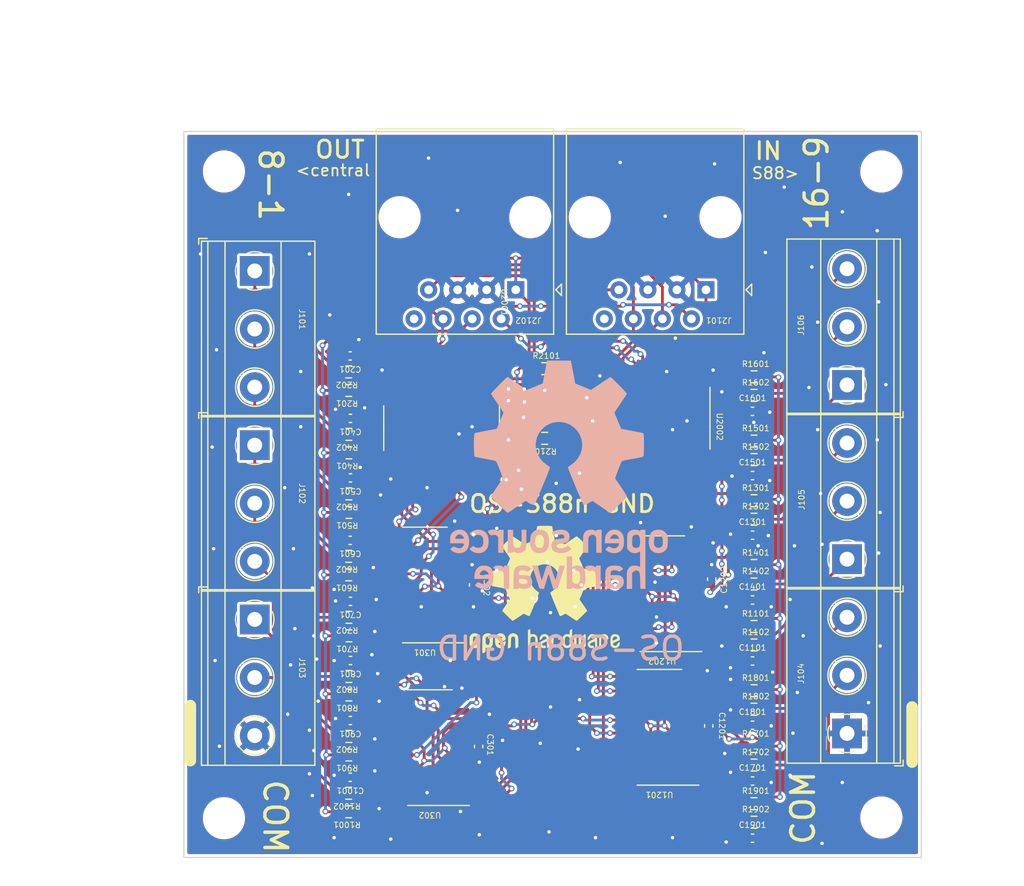
<source format=kicad_pcb>
(kicad_pcb (version 20240108) (generator "pcbnew") (generator_version "8.0")
  (layers (0 "F.Cu" signal) (31 "B.Cu" signal) (34 "B.Paste" user) (35 "F.Paste" user) (36 "B.SilkS" user "B.Silkscreen") (37 "F.SilkS" user "F.Silkscreen") (38 "B.Mask" user) (39 "F.Mask" user) (44 "Edge.Cuts" user))
  (net 0 "")
  (net 1 "/CS1/CMOS")
  (net 2 "GND")
  (net 3 "VCC")
  (net 4 "/CS2/CMOS")
  (net 5 "/CS3/CMOS")
  (net 6 "/CS4/CMOS")
  (net 7 "/CS5/CMOS")
  (net 8 "/CS6/CMOS")
  (net 9 "/CS7/CMOS")
  (net 10 "/CS8/CMOS")
  (net 11 "/CS12/CMOS")
  (net 12 "/CS14/CMOS")
  (net 13 "/CS13/CMOS")
  (net 14 "/CS15/CMOS")
  (net 15 "/CS16/CMOS")
  (net 16 "/CS10/CMOS")
  (net 17 "/CS11/CMOS")
  (net 18 "/CS9/CMOS")
  (net 19 "/CS1/TRACK")
  (net 20 "/CS2/TRACK")
  (net 21 "/CS3/TRACK")
  (net 22 "/CS4/TRACK")
  (net 23 "/CS5/TRACK")
  (net 24 "/CS6/TRACK")
  (net 25 "/CS7/TRACK")
  (net 26 "/CS8/TRACK")
  (net 27 "/CS12/TRACK")
  (net 28 "/CS14/TRACK")
  (net 29 "/CS13/TRACK")
  (net 30 "/CS15/TRACK")
  (net 31 "/CS16/TRACK")
  (net 32 "/CS10/TRACK")
  (net 33 "/CS11/TRACK")
  (net 34 "/CS9/TRACK")
  (net 35 "/SR-latch1/Q4")
  (net 37 "/SR-latch1/Q2")
  (net 38 "/SR-latch1/Q3")
  (net 39 "/SR-latch1/Q1")
  (net 41 "/SR-latch1/Q6")
  (net 42 "/SR-latch1/Q7")
  (net 43 "/SR-latch1/Q5")
  (net 44 "/SR-latch2/Q4")
  (net 46 "/SR-latch2/Q2")
  (net 47 "/SR-latch2/Q3")
  (net 48 "/SR-latch2/Q1")
  (net 50 "/SR-latch2/Q6")
  (net 51 "/SR-latch2/Q7")
  (net 52 "/SR-latch2/Q5")
  (net 57 "/SR-latch1/Q8")
  (net 58 "/SR-latch2/Q8")
  (net 59 "/RJ45/DATA_IN")
  (net 60 "/RJ45/CLOCK")
  (net 61 "/RJ45/PL")
  (net 62 "/RJ45/RESET")
  (net 64 "Net-(J2101-Pad7)")
  (net 65 "/RJ45/DATA_OUT")
  (net 67 "Net-(Q2101-B)")
  (net 68 "Net-(U2001-Q7)")
  (footprint "Capacitor_SMD:C_0402_1005Metric" (layer "F.Cu") (at 222.481536 82.482138)
    (property "Reference" "C1101")
    (property "Value" "100nF")
  )
  (footprint "Capacitor_SMD:C_0402_1005Metric" (layer "F.Cu") (at 187.294536 92.655638 180)
    (property "Reference" "C1001")
    (property "Value" "100nF")
  )
  (footprint "Capacitor_SMD:C_0402_1005Metric" (layer "F.Cu") (at 222.481536 71.482138)
    (property "Reference" "C1301")
    (property "Value" "100nF")
  )
  (footprint "Package_TO_SOT_SMD:SOT-23" (layer "F.Cu") (at 204.303036 59.963638 -90)
    (property "Reference" "Q2101")
    (property "Value" "BC847")
  )
  (footprint "custom_kicad_lib_sk:R_0603_smalltext" (layer "F.Cu") (at 222.614536 75.752264)
    (property "Reference" "R1402")
    (property "Value" "10k")
  )
  (footprint "custom_kicad_lib_sk:R_0603_smalltext" (layer "F.Cu") (at 222.614536 81.085138)
    (property "Reference" "R1102")
    (property "Value" "10k")
  )
  (footprint "Connector_RJ:RJ45_Amphenol_54602-x08_Horizontal" (layer "F.Cu") (at 201.772036 50.021638 180)
    (property "Reference" "J2102")
    (property "Value" "RJ45")
  )
  (footprint "custom_kicad_lib_sk:R_0603_smalltext" (layer "F.Cu") (at 222.614536 91.585138)
    (property "Reference" "R1702")
    (property "Value" "10k")
  )
  (footprint "custom_kicad_lib_sk:R_0603_smalltext" (layer "F.Cu") (at 187.181536 85.458638 180)
    (property "Reference" "R801")
    (property "Value" "100k")
  )
  (footprint "custom_kicad_lib_sk:R_0603_smalltext" (layer "F.Cu") (at 204.303036 63.011638 180)
    (property "Reference" "R2102")
    (property "Value" "100k")
  )
  (footprint "Capacitor_SMD:C_0402_1005Metric" (layer "F.Cu") (at 218.908036 75.330638 90)
    (property "Reference" "C1202")
    (property "Value" "100nF")
  )
  (footprint "Capacitor_SMD:C_0402_1005Metric" (layer "F.Cu") (at 187.294536 71.933638 180)
    (property "Reference" "C601")
    (property "Value" "100nF")
  )
  (footprint "Capacitor_SMD:C_0402_1005Metric" (layer "F.Cu") (at 187.305036 87.688888 180)
    (property "Reference" "C901")
    (property "Value" "100nF")
  )
  (footprint "custom_kicad_lib_sk:R_0603_smalltext" (layer "F.Cu") (at 187.172036 89.085888 180)
    (property "Reference" "R902")
    (property "Value" "10k")
  )
  (footprint "TerminalBlock_Phoenix:TerminalBlock_Phoenix_MKDS-1,5-3-5.08_1x03_P5.08mm_Horizontal" (layer "F.Cu") (at 178.944036 48.368862 -90)
    (property "Reference" "J101")
    (property "Value" "Screw_Terminal_01x03")
  )
  (footprint "custom_kicad_lib_sk:R_0603_smalltext" (layer "F.Cu") (at 187.161536 73.330638 180)
    (property "Reference" "R602")
    (property "Value" "10k")
  )
  (footprint "custom_kicad_lib_sk:R_0603_smalltext" (layer "F.Cu") (at 222.614536 86.704138)
    (property "Reference" "R1802")
    (property "Value" "10k")
  )
  (footprint "Capacitor_SMD:C_0402_1005Metric" (layer "F.Cu") (at 187.314536 61.265638 180)
    (property "Reference" "C401")
    (property "Value" "100nF")
  )
  (footprint "custom_kicad_lib_sk:R_0603_smalltext" (layer "F.Cu") (at 222.614536 79.466138)
    (property "Reference" "R1101")
    (property "Value" "100k")
  )
  (footprint "custom_kicad_lib_sk:R_0603_smalltext" (layer "F.Cu") (at 187.161536 94.052638 180)
    (property "Reference" "R1002")
    (property "Value" "10k")
  )
  (footprint "custom_kicad_lib_sk:R_0603_smalltext" (layer "F.Cu") (at 222.614536 85.085138)
    (property "Reference" "R1801")
    (property "Value" "100k")
  )
  (footprint "TerminalBlock_Phoenix:TerminalBlock_Phoenix_MKDS-1,5-3-5.08_1x03_P5.08mm_Horizontal" (layer "F.Cu") (at 178.944036 78.848862 -90)
    (property "Reference" "J103")
    (property "Value" "Screw_Terminal_01x03")
  )
  (footprint "custom_kicad_lib_sk:R_0603_smalltext" (layer "F.Cu") (at 187.161536 57.201638 180)
    (property "Reference" "R202")
    (property "Value" "10k")
  )
  (footprint "Symbol:OSHW-Logo2_14.6x12mm_SilkScreen" (layer "F.Cu") (at 204.303036 76.219638)
    (property "Reference" "REF**" (hide yes))
    (property "Value" "OSHW-Logo2_14.6x12mm_SilkScreen" (hide yes))
  )
  (footprint "custom_kicad_lib_sk:R_0603_smalltext" (layer "F.Cu") (at 222.614536 64.871264)
    (property "Reference" "R1502")
    (property "Value" "10k")
  )
  (footprint "custom_kicad_lib_sk:R_0603_smalltext" (layer "F.Cu") (at 222.614536 89.966138)
    (property "Reference" "R1701")
    (property "Value" "100k")
  )
  (footprint "custom_kicad_lib_sk:R_0603_smalltext" (layer "F.Cu") (at 187.181536 64.281638 180)
    (property "Reference" "R401")
    (property "Value" "100k")
  )
  (footprint "custom_kicad_lib_sk:R_0603_smalltext" (layer "F.Cu") (at 187.181536 67.869638 180)
    (property "Reference" "R502")
    (property "Value" "10k")
  )
  (footprint "Capacitor_SMD:C_0402_1005Metric" (layer "F.Cu") (at 222.481536 97.982138)
    (property "Reference" "C1901")
    (property "Value" "100nF")
  )
  (footprint "TerminalBlock_Phoenix:TerminalBlock_Phoenix_MKDS-1,5-3-5.08_1x03_P5.08mm_Horizontal" (layer "F.Cu") (at 230.749036 88.819638 90)
    (property "Reference" "J104")
    (property "Value" "Screw_Terminal_01x03")
  )
  (footprint "custom_kicad_lib_sk:R_0603_smalltext" (layer "F.Cu") (at 187.181536 62.662638 180)
    (property "Reference" "R402")
    (property "Value" "10k")
  )
  (footprint "custom_kicad_lib_sk:R_0603_smalltext" (layer "F.Cu") (at 187.181536 83.839638 180)
    (property "Reference" "R802")
    (property "Value" "10k")
  )
  (footprint "custom_kicad_lib_sk:R_0603_smalltext" (layer "F.Cu") (at 222.614536 63.252264)
    (property "Reference" "R1501")
    (property "Value" "100k")
  )
  (footprint "custom_kicad_lib_sk:R_0603_smalltext" (layer "F.Cu") (at 222.614536 94.966138)
    (property "Reference" "R1901")
    (property "Value" "100k")
  )
  (footprint "MountingHole:MountingHole_3.2mm_M3" (layer "F.Cu") (at 176.249036 39.671638)
    (property "Reference" "REF**" (hide yes))
    (property "Value" "MountingHole_3.2mm_M3")
  )
  (footprint "TerminalBlock_Phoenix:TerminalBlock_Phoenix_MKDS-1,5-3-5.08_1x03_P5.08mm_Horizontal" (layer "F.Cu") (at 178.944036 63.608862 -90)
    (property "Reference" "J102")
    (property "Value" "Screw_Terminal_01x03")
  )
  (footprint "Capacitor_SMD:C_0402_1005Metric" (layer "F.Cu") (at 222.481536 77.149264)
    (property "Reference" "C1401")
    (property "Value" "100nF")
  )
  (footprint "Capacitor_SMD:C_0402_1005Metric" (layer "F.Cu") (at 187.314536 77.267638 180)
    (property "Reference" "C701")
    (property "Value" "100nF")
  )
  (footprint "Capacitor_SMD:C_0402_1005Metric" (layer "F.Cu") (at 218.654036 88.157638 -90)
    (property "Reference" "C1201")
    (property "Value" "100nF")
  )
  (footprint "custom_kicad_lib_sk:R_0603_smalltext" (layer "F.Cu") (at 222.614536 70.085138)
    (property "Reference" "R1302")
    (property "Value" "10k")
  )
  (footprint "Capacitor_SMD:C_0402_1005Metric" (layer "F.Cu") (at 198.526035 89.963637 -90)
    (property "Reference" "C301")
    (property "Value" "100nF")
  )
  (footprint "custom_kicad_lib_sk:R_0603_smalltext" (layer "F.Cu") (at 204.303036 56.915638)
    (property "Reference" "R2101")
    (property "Value" "4k7")
  )
  (footprint "custom_kicad_lib_sk:R_0603_smalltext" (layer "F.Cu") (at 222.614536 68.466138)
    (property "Reference" "R1301")
    (property "Value" "100k")
  )
  (footprint "Capacitor_SMD:C_0402_1005Metric" (layer "F.Cu") (at 187.294536 55.804638 180)
    (property "Reference" "C201")
    (property "Value" "100nF")
  )
  (footprint "custom_kicad_lib_sk:R_0603_smalltext" (layer "F.Cu") (at 187.161536 95.671638 180)
    (property "Reference" "R1001")
    (property "Value" "100k")
  )
  (footprint "Package_SO:SOIC-16_3.9x9.9mm_P1.27mm" (layer "F.Cu") (at 214.590036 76.600638 180)
    (property "Reference" "U1202")
    (property "Value" "~")
  )
  (footprint "MountingHole:MountingHole_3.2mm_M3" (layer "F.Cu") (at 233.749036 39.671638)
    (property "Reference" "REF**" (hide yes))
    (property "Value" "MountingHole_3.2mm_M3")
  )
  (footprint "Capacitor_SMD:C_0402_1005Metric" (layer "F.Cu") (at 222.481536 66.268264)
    (property "Reference" "C1501")
    (property "Value" "100nF")
  )
  (footprint "custom_kicad_lib_sk:R_0603_smalltext" (layer "F.Cu") (at 222.614536 57.633264)
    (property "Reference" "R1601")
    (property "Value" "100k")
  )
  (footprint "Package_SO:SOIC-16_3.9x9.9mm_P1.27mm" (layer "F.Cu") (at 214.336036 88.284638 180)
    (property "Reference" "U1201")
    (property "Value" "~")
  )
  (footprint "custom_kicad_lib_sk:R_0603_smalltext" (layer "F.Cu") (at 187.161536 58.820638 180)
    (property "Reference" "R201")
    (property "Value" "100k")
  )
  (footprint "Package_SO:SOIC-16_3.9x9.9mm_P1.27mm" (layer "F.Cu") (at 193.824036 75.838638 180)
    (property "Reference" "U301")
    (property "Value" "~")
  )
  (footprint "Connector_RJ:RJ45_Amphenol_54602-x08_Horizontal" (layer "F.Cu") (at 218.409036 50.021638 180)
    (property "Reference" "J2101")
    (property "Value" "RJ45")
  )
  (footprint "Capacitor_SMD:C_0402_1005Metric" (layer "F.Cu") (at 222.481536 92.982138)
    (property "Reference" "C1701")
    (property "Value" "100nF")
  )
  (footprint "MountingHole:MountingHole_3.2mm_M3" (layer "F.Cu") (at 233.749036 96.171638)
    (property "Reference" "REF**" (hide yes))
    (property "Value" "MountingHole_3.2mm_M3")
  )
  (footprint "Capacitor_SMD:C_0402_1005Metric" (layer "F.Cu") (at 222.481536 60.649264)
    (property "Reference" "C1601")
    (property "Value" "100nF")
  )
  (footprint "custom_kicad_lib_sk:R_0603_smalltext" (layer "F.Cu") (at 187.181536 69.488638 180)
    (property "Reference" "R501")
    (property "Value" "100k")
  )
  (footprint "custom_kicad_lib_sk:R_0603_smalltext" (layer "F.Cu") (at 187.181536 78.664638 180)
    (property "Reference" "R702")
    (property "Value" "10k")
  )
  (footprint "TerminalBlock_Phoenix:TerminalBlock_Phoenix_MKDS-1,5-3-5.08_1x03_P5.08mm_Horizontal" (layer "F.Cu") (at 230.749036 58.339638 90)
    (property "Reference" "J106")
    (property "Value" "Screw_Terminal_01x03")
  )
  (footprint "Capacitor_SMD:C_0402_1005Metric" (layer "F.Cu") (at 187.314536 82.442638 180)
    (property "Reference" "C801")
    (property "Value" "100nF")
  )
  (footprint "custom_kicad_lib_sk:R_0603_smalltext" (layer "F.Cu") (at 222.614536 96.585138)
    (property "Reference" "R1902")
    (property "Value" "10k")
  )
  (footprint "custom_kicad_lib_sk:R_0603_smalltext" (layer "F.Cu") (at 222.614536 74.133264)
    (property "Reference" "R1401")
    (property "Value" "100k")
  )
  (footprint "Package_SO:SOIC-16_3.9x9.9mm_P1.27mm" (layer "F.Cu") (at 194.270036 90.062638 180)
    (property "Reference" "U302")
    (property "Value" "~")
  )
  (footprint "MountingHole:MountingHole_3.2mm_M3" (layer "F.Cu") (at 176.249036 96.233862)
    (property "Reference" "REF**" (hide yes))
    (property "Value" "MountingHole_3.2mm_M3")
  )
  (footprint "custom_kicad_lib_sk:R_0603_smalltext" (layer "F.Cu") (at 187.161536 74.949638 180)
    (property "Reference" "R601")
    (property "Value" "100k")
  )
  (footprint "Capacitor_SMD:C_0402_1005Metric" (layer "F.Cu") (at 187.314536 66.472638 180)
    (property "Reference" "C501")
    (property "Value" "100nF")
  )
  (footprint "Capacitor_SMD:C_0402_1005Metric" (layer "F.Cu") (at 222.481536 88.101138)
    (property "Reference" "C1801")
    (property "Value" "100nF")
  )
  (footprint "custom_kicad_lib_sk:R_0603_smalltext" (layer "F.Cu") (at 187.181536 80.283638 180)
    (property "Reference" "R701")
    (property "Value" "100k")
  )
  (footprint "Package_SO:SOIC-16_3.9x9.9mm_P1.27mm" (layer "F.Cu") (at 195.286036 62.122638 -90)
    (property "Reference" "U2001")
    (property "Value" "4014")
  )
  (footprint "Package_SO:SOIC-16_3.9x9.9mm_P1.27mm" (layer "F.Cu") (at 213.701036 61.995638 -90)
    (property "Reference" "U2002")
    (property "Value" "4014")
  )
  (footprint "custom_kicad_lib_sk:R_0603_smalltext" (layer "F.Cu") (at 187.172036 90.704888 180)
    (property "Reference" "R901")
    (property "Value" "100k")
  )
  (footprint "TerminalBlock_Phoenix:TerminalBlock_Phoenix_MKDS-1,5-3-5.08_1x03_P5.08mm_Horizontal" (layer "F.Cu") (at 230.749036 73.579638 90)
    (property "Reference" "J105")
    (property "Value" "Screw_Terminal_01x03")
  )
  (footprint "Capacitor_SMD:C_0402_1005Metric" (layer "F.Cu") (at 198.080035 75.838638 -90)
    (property "Reference" "C302")
    (property "Value" "100nF")
  )
  (footprint "custom_kicad_lib_sk:R_0603_smalltext" (layer "F.Cu") (at 222.614536 59.252264)
    (property "Reference" "R1602")
    (property "Value" "10k")
  )
  (footprint "Symbol:OSHW-Logo_19x20mm_SilkScreen" (layer "B.Cu") (at 205.573036 66.186638 180)
    (property "Reference" "REF**" (hide yes))
    (property "Value" "OSHW-Logo_19x20mm_SilkScreen" (hide yes))
  )
  (gr_line (start 236.434036 86.506638) (end 236.434036 91.332638) (stroke (width 1)) (layer "F.SilkS"))
  (gr_line (start 173.315036 86.379638) (end 173.315036 91.205638) (stroke (width 1)) (layer "F.SilkS"))
  (gr_rect (start 172.749036 36.171638) (end 237.249036 99.671638) (stroke (width 0.1)) (fill none) (layer "Edge.Cuts"))
  (gr_text "OS-S88n GND" (at 205.700036 82.569638 0) (layer "B.SilkS") (effects (font (size 2 2) (thickness 0.3)) (justify bottom mirror)))
  (gr_text "16-9" (at 229.249036 44.977638 90) (layer "F.SilkS") (effects (font (size 2 2) (thickness 0.3)) (justify left bottom)))
  (gr_text "OS-S88n GND" (at 205.827036 69.615638 0) (layer "F.SilkS") (effects (font (size 1.5 1.5) (thickness 0.25) (bold yes)) (justify bottom)))
  (gr_text "COM" (at 179.571036 92.691862 -90) (layer "F.SilkS") (effects (font (size 2 2) (thickness 0.3)) (justify left bottom)))
  (gr_text "8-1" (at 179.157036 37.484638 -90) (layer "F.SilkS") (effects (font (size 2 2) (thickness 0.3)) (justify left bottom)))
  (gr_text "IN" (at 223.861036 38.754638 0) (layer "F.SilkS") (effects (font (size 1.5 1.5) (thickness 0.25) (bold yes)) (justify bottom)))
  (gr_text "OUT" (at 186.396036 38.627638 0) (layer "F.SilkS") (effects (font (size 1.5 1.5) (thickness 0.25) (bold yes)) (justify bottom)))
  (gr_text "<central" (at 182.459036 40.151638 0) (layer "F.SilkS") (effects (font (size 1 1)) (justify left bottom)))
  (gr_text "S88>" (at 222.337036 40.405638 0) (layer "F.SilkS") (effects (font (size 1 1)) (justify left bottom)))
  (gr_text "COM" (at 228.072036 98.725638 90) (layer "F.SilkS") (effects (font (size 2 2) (thickness 0.3)) (justify left bottom)))
  (segment (start 197.599036 73.010389) (end 197.300787 73.308638) (width 0.25) (layer "F.Cu") (net 1))
  (segment (start 191.803911 69.689513) (end 194.143036 72.028638) (width 0.25) (layer "F.Cu") (net 1))
  (segment (start 197.300787 73.308638) (end 195.032036 73.308638) (width 0.25) (layer "F.Cu") (net 1))
  (segment (start 188.074036 58.820638) (end 189.356536 60.103138) (width 0.25) (layer "F.Cu") (net 1))
  (segment (start 194.143036 72.028638) (end 197.310787 72.028638) (width 0.25) (layer "F.Cu") (net 1))
  (segment (start 189.356536 65.280534) (end 189.582036 65.506034) (width 0.25) (layer "F.Cu") (net 1))
  (segment (start 189.582036 66.440638) (end 191.803911 68.662513) (width 0.25) (layer "F.Cu") (net 1))
  (segment (start 188.074036 58.820638) (end 188.074036 56.104138) (width 0.25) (layer "F.Cu") (net 1))
  (segment (start 195.413036 77.743638) (end 196.299036 77.743638) (width 0.25) (layer "F.Cu") (net 1))
  (segment (start 188.074036 56.104138) (end 187.774536 55.804638) (width 0.25) (layer "F.Cu") (net 1))
  (segment (start 194.397036 73.943638) (end 194.397036 76.727638) (width 0.25) (layer "F.Cu") (net 1))
  (segment (start 189.582036 65.506034) (end 189.582036 66.440638) (width 0.25) (layer "F.Cu") (net 1))
  (segment (start 197.599036 72.316887) (end 197.599036 73.010389) (width 0.25) (layer "F.Cu") (net 1))
  (segment (start 191.803911 68.662513) (end 191.803911 69.689513) (width 0.25) (layer "F.Cu") (net 1))
  (segment (start 189.356536 60.103138) (end 189.356536 65.280534) (width 0.25) (layer "F.Cu") (net 1))
  (segment (start 194.397036 76.727638) (end 195.413036 77.743638) (width 0.25) (layer "F.Cu") (net 1))
  (segment (start 195.032036 73.308638) (end 194.397036 73.943638) (width 0.25) (layer "F.Cu") (net 1))
  (segment (start 197.310787 72.028638) (end 197.599036 72.316887) (width 0.25) (layer "F.Cu") (net 1))
  (via (at 220.559036 92.221638) (size 0.5) (drill 0.3) (layers "F.Cu" "B.Cu") (net 2))
  (via (at 207.351036 66.059638) (size 0.5) (drill 0.3) (layers "F.Cu" "B.Cu") (net 2))
  (via (at 184.364036 82.315638) (size 0.5) (drill 0.3) (layers "F.Cu" "B.Cu") (net 2))
  (via (at 204.684036 97.428638) (size 0.5) (drill 0.3) (layers "F.Cu" "B.Cu") (net 2))
  (via (at 185.888036 97.936638) (size 0.5) (drill 0.3) (layers "F.Cu" "B.Cu") (net 2))
  (via (at 198.080036 71.393638) (size 0.5) (drill 0.3) (layers "F.Cu" "B.Cu") (net 2))
  (via (at 204.303036 58.820638) (size 0.5) (drill 0.3) (layers "F.Cu" "B.Cu") (net 2))
  (via (at 183.983036 94.253638) (size 0.5) (drill 0.3) (layers "F.Cu" "B.Cu") (net 2))
  (via (at 194.016036 67.329638) (size 0.5) (drill 0.3) (layers "F.Cu" "B.Cu") (net 2))
  (via (at 196.683036 43.072638) (size 0.5) (drill 0.3) (layers "F.Cu" "B.Cu") (net 2))
  (via (at 228.560036 72.282638) (size 0.5) (drill 0.3) (layers "F.Cu" "B.Cu") (net 2))
  (via (at 228.179036 62.249638) (size 0.5) (drill 0.3) (layers "F.Cu" "B.Cu") (net 2))
  (via (at 189.317036 74.314638) (size 0.5) (drill 0.3) (layers "F.Cu" "B.Cu") (net 2))
  (via (at 190.079036 57.042638) (size 0.5) (drill 0.3) (layers "F.Cu" "B.Cu") (net 2))
  (via (at 205.319036 66.948638) (size 0.5) (drill 0.3) (layers "F.Cu" "B.Cu") (net 2))
  (via (at 227.417036 58.566638) (size 0.5) (drill 0.3) (layers "F.Cu" "B.Cu") (net 2))
  (via (at 206.843036 74.568638) (size 0.5) (drill 0.3) (layers "F.Cu" "B.Cu") (net 2))
  (via (at 206.970036 77.743638) (size 0.5) (drill 0.3) (layers "F.Cu" "B.Cu") (net 2))
  (via (at 193.508036 77.743638) (size 0.5) (drill 0.3) (layers "F.Cu" "B.Cu") (net 2))
  (via (at 194.016036 93.999638) (size 0.5) (drill 0.3) (layers "F.Cu" "B.Cu") (net 2))
  (via (at 188.555036 60.344638) (size 0.5) (drill 0.3) (layers "F.Cu" "B.Cu") (net 2))
  (via (at 184.491036 85.998638) (size 0.5) (drill 0.3) (layers "F.Cu" "B.Cu") (net 2))
  (via (at 183.729036 46.882638) (size 0.5) (drill 0.3) (layers "F.Cu" "B.Cu") (net 2))
  (via (at 182.332036 72.663638) (size 0.5) (drill 0.3) (layers "F.Cu" "B.Cu") (net 2))
  (via (at 224.242036 83.458638) (size 0.5) (drill 0.3) (layers "F.Cu" "B.Cu") (net 2))
  (via (at 204.811036 78.251638) (size 0.5) (drill 0.3) (layers "F.Cu" "B.Cu") (net 2))
  (via (at 220.559036 84.093638) (size 0.5) (drill 0.3) (layers "F.Cu" "B.Cu") (net 2))
  (via (at 223.988036 60.725638) (size 0.5) (drill 0.3) (layers "F.Cu" "B.Cu") (net 2))
  (via (at 233.513036 73.044638) (size 0.5) (drill 0.3) (layers "F.Cu" "B.Cu") (net 2))
  (via (at 225.766036 92.475638) (size 0.5) (drill 0.3) (layers "F.Cu" "B.Cu") (net 2))
  (via (at 208.494036 61.487638) (size 0.5) (drill 0.3) (layers "F.Cu" "B.Cu") (net 2))
  (via (at 233.513036 51.073638) (size 0.5) (drill 0.3) (layers "F.Cu" "B.Cu") (net 2))
  (via (at 220.178036 77.743638) (size 0.5) (drill 0.3) (layers "F.Cu" "B.Cu") (net 2))
  (via (at 225.258036 41.040638) (size 0.5) (drill 0.3) (layers "F.Cu" "B.Cu") (net 2))
  (via (at 202.017036 65.805638) (size 0.5) (drill 0.3) (layers "F.Cu" "B.Cu") (net 2))
  (via (at 224.115036 77.743638) (size 0.5) (drill 0.3) (layers "F.Cu" "B.Cu") (net 2))
  (via (at 200.620036 89.427638) (size 0.5) (drill 0.3) (layers "F.Cu" "B.Cu") (net 2))
  (via (at 182.967036 61.995638) (size 0.5) (drill 0.3) (layers "F.Cu" "B.Cu") (net 2))
  (via (at 207.986036 59.455638) (size 0.5) (drill 0.3) (layers "F.Cu" "B.Cu") (net 2))
  (via (at 220.559036 71.393638) (size 0.5) (drill 0.3) (layers "F.Cu" "B.Cu") (net 2))
  (via (at 204.557036 73.806638) (size 0.5) (drill 0.3) (layers "F.Cu" "B.Cu") (net 2))
  (via (at 182.078036 82.823638) (size 0.5) (drill 0.3) (layers "F.Cu" "B.Cu") (net 2))
  (via (at 209.129036 57.550638) (size 0.5) (drill 0.3) (layers "F.Cu" "B.Cu") (net 2))
  (via (at 227.671036 48.025638) (size 0.5) (drill 0.3) (layers "F.Cu" "B.Cu") (net 2))
  (via (at 213.955036 75.584638) (size 0.5) (drill 0.3) (layers "F.Cu" "B.Cu") (net 2))
  (via (at 185.507036 52.216638) (size 0.5) (drill 0.3) (layers "F.Cu" "B.Cu") (net 2))
  (via (at 214.971036 57.169638) (size 0.5) (drill 0.3) (layers "F.Cu" "B.Cu") (net 2))
  (via (at 214.082036 80.918638) (size 0.5) (drill 0.3) (layers "F.Cu" "B.Cu") (net 2))
  (via (at 175.347036 72.663638) (size 0.5) (drill 0.3) (layers "F.Cu" "B.Cu") (net 2))
  (via (at 233.386036 63.138638) (size 0.5) (drill 0.3) (layers "F.Cu" "B.Cu") (net 2))
  (via (at 202.271036 67.456638) (size 0.5) (drill 0.3) (layers "F.Cu" "B.Cu") (net 2))
  (via (at 226.909036 80.283638) (size 0.5) (drill 0.3) (layers "F.Cu" "B.Cu") (net 2))
  (via (at 197.953036 74.060638) (size 0.5) (drill 0.3) (layers "F.Cu" "B.Cu") (net 2))
  (via (at 215.733036 54.248638) (size 0.5) (drill 0.3) (layers "F.Cu" "B.Cu") (net 2))
  (via (at 198.588036 91.332638) (size 0.5) (drill 0.3) (layers "F.Cu" "B.Cu") (net 2))
  (via (at 220.559036 83.077638) (size 0.5) (drill 0.3) (layers "F.Cu" "B.Cu") (net 2))
  (via (at 222.972036 72.409638) (size 0.5) (drill 0.3) (layers "F.Cu" "B.Cu") (net 2))
  (via (at 183.729036 88.538638) (size 0.5) (drill 0.3) (layers "F.Cu" "B.Cu") (net 2))
  (via (at 217.130036 70.758638) (size 0.5) (drill 0.3) (layers "F.Cu" "B.Cu") (net 2))
  (via (at 225.766036 77.108638) (size 0.5) (drill 0.3) (layers "F.Cu" "B.Cu") (net 2))
  (via (at 198.080036 77.743638) (size 0.5) (drill 0.3) (layers "F.Cu" "B.Cu") (net 2))
  (via (at 199.477036 87.141638) (size 0.5) (drill 0.3) (layers "F.Cu" "B.Cu") (net 2))
  (via (at 222.591036 61.614638) (size 0.5) (drill 0.3) (layers "F.Cu" "B.Cu") (net 2))
  (via (at 200.112036 70.885638) (size 0.5) (drill 0.3) (layers "F.Cu" "B.Cu") (net 2))
  (via (at 216.749036 61.487638) (size 0.5) (drill 0.3) (layers "F.Cu" "B.Cu") (net 2))
  (via (at 197.953036 61.995638) (size 0.5) (drill 0.3) (layers "F.Cu" "B.Cu") (net 2))
  (via (at 218.527036 83.331638) (size 0.5) (drill 0.3) (layers "F.Cu" "B.Cu") (net 2))
  (via (at 181.570036 67.329638) (size 0.5) (drill 0.3) (layers "F.Cu" "B.Cu") (net 2))
  (via (at 201.128036 58.693638) (size 0.5) (drill 0.3) (layers "F.Cu" "B.Cu") (net 2))
  (via (at 175.474036 82.442638) (size 0.5) (drill 0.3) (layers "F.Cu" "B.Cu") (net 2))
  (via (at 183.729036 92.348638) (size 0.5) (drill 0.3) (layers "F.Cu" "B.Cu") (net 2))
  (via (at 223.480036 55.518638) (size 0.5) (drill 0.3) (layers "F.Cu" "B.Cu") (net 2))
  (via (at 233.640036 81.172638) (size 0.5) (drill 0.3) (layers "F.Cu" "B.Cu") (net 2))
  (via (at 196.937036 95.650638) (size 0.5) (drill 0.3) (layers "F.Cu" "B.Cu") (net 2))
  (via (at 207.224036 90.189638) (size 0.5) (drill 0.3) (layers "F.Cu" "B.Cu") (net 2))
  (via (at 189.444036 79.902638) (size 0.5) (drill 0.3) (layers "F.Cu" "B.Cu") (net 2))
  (via (at 219.162036 39.008638) (size 0.5) (drill 0.3) (layers "F.Cu" "B.Cu") (net 2))
  (via (at 204.811036 86.506638) (size 0.5) (drill 0.3) (layers "F.Cu" "B.Cu") (net 2))
  (via (at 219.035036 57.042638) (size 0.5) (drill 0.3) (layers "F.Cu" "B.Cu") (net 2))
  (via (at 189.825036 85.998638) (size 0.5) (drill 0.3) (layers "F.Cu" "B.Cu") (net 2))
  (via (at 182.459036 79.648638) (size 0.5) (drill 0.3) (layers "F.Cu" "B.Cu") (net 2))
  (via (at 220.559036 86.760638) (size 0.5) (drill 0.3) (layers "F.Cu" "B.Cu") (net 2))
  (via (at 220.178036 98.317638) (size 0.5) (drill 0.3) (layers "F.Cu" "B.Cu") (net 2))
  (via (at 226.401036 85.236638) (size 0.5) (drill 0.3) (layers "F.Cu" "B.Cu") (net 2))
  (via (at 196.810036 62.630638) (size 0.5) (drill 0.3) (layers "F.Cu" "B.Cu") (net 2))
  (via (at 190.841036 98.063638) (size 0.5) (drill 0.3) (layers "F.Cu" "B.Cu") (net 2))
  (via (at 174.204036 46.882638) (size 0.5) (drill 0.3) (layers "F.Cu" "B.Cu") (net 2))
  (via (at 214.844036 43.580638) (size 0.5) (drill 0.3) (layers "F.Cu" "B.Cu") (net 2))
  (via (at 210.907036 38.881638) (size 0.5) (drill 0.3) (layers "F.Cu" "B.Cu") (net 2))
  (via (at 189.825036 95.396638) (size 0.5) (drill 0.3) (layers "F.Cu" "B.Cu") (net 2))
  (via (at 223.988036 66.694638) (size 0.5) (drill 0.3) (layers "F.Cu" "B.Cu") (net 2))
  (via (at 232.624036 86.125638) (size 0.5) (drill 0.3) (layers "F.Cu" "B.Cu") (net 2))
  (via (at 195.540036 84.728638) (size 0.5) (drill 0.3) (layers "F.Cu" "B.Cu") (net 2))
  (via (at 224.115036 88.157638) (size 0.5) (drill 0.3) (layers "F.Cu" "B.Cu") (net 2))
  (via (at 223.861036 71.520638) (size 0.5) (drill 0.3) (layers "F.Cu" "B.Cu") (net 2))
  (via (at 185.888036 82.442638) (size 0.5) (drill 0.3) (layers "F.Cu" "B.Cu") (net 2))
  (via (at 182.967036 57.169638) (size 0.5) (drill 0.3) (layers "F.Cu" "B.Cu") (net 2))
  (via (at 220.686036 66.313638) (size 0.5) (drill 0.3) (layers "F.Cu" "B.Cu") (net 2))
  (via (at 200.112036 74.568638) (size 0.5) (drill 0.3) (layers "F.Cu" "B.Cu") (net 2))
  (via (at 189.698036 83.585638) (size 0.5) (drill 0.3) (layers "F.Cu" "B.Cu") (net 2))
  (via (at 198.588036 97.682638) (size 0.5) (drill 0.3) (layers "F.Cu" "B.Cu") (net 2))
  (via (at 226.147036 72.409638) (size 0.5) (drill 0.3) (layers "F.Cu" "B.Cu") (net 2))
  (via (at 184.110036 90.316638) (size 0.5) (drill 0.3) (layers "F.Cu" "B.Cu") (net 2))
  (via (at 185.888036 92.475638) (size 0.5) (drill 0.3) (layers "F.Cu" "B.Cu") (net 2))
  (via (at 184.110036 80.283638) (size 0.5) (drill 0.3) (layers "F.Cu" "B.Cu") (net 2))
  (via (at 219.035036 72.155638) (size 0.5) (drill 0.3) (layers "F.Cu" "B.Cu") (net 2))
  (via (at 218.908036 74.060638) (size 0.5) (drill 0.3) (layers "F.Cu" "B.Cu") (net 2))
  (via (at 188.047036 54.375638) (size 0.5) (drill 0.3) (layers "F.Cu" "B.Cu") (net 2))
  (via (at 189.190036 81.934638) (size 0.5) (drill 0.3) (layers "F.Cu" "B.Cu") (net 2))
  (via (at 223.607036 46.755638) (size 0.5) (drill 0.3) (layers "F.Cu" "B.Cu") (net 2))
  (via (at 230.338036 43.199638) (size 0.5) (drill 0.3) (layers "F.Cu" "B.Cu") (net 2))
  (via (at 215.479036 62.249638) (size 0.5) (drill 0.3) (layers "F.Cu" "B.Cu") (net 2))
  (via (at 196.429036 70.250638) (size 0.5) (drill 0.3) (layers "F.Cu" "B.Cu") (net 2))
  (via (at 189.952036 67.964638) (size 0.5) (drill 0.3) (layers "F.Cu" "B.Cu") (net 2))
  (via (at 201.128036 63.138638) (size 0.5) (drill 0.3) (layers "F.Cu" "B.Cu") (net 2))
  (via (at 208.748036 97.936638) (size 0.5) (drill 0.3) (layers "F.Cu" "B.Cu") (net 2))
  (via (at 186.015036 77.235638) (size 0.5) (drill 0.3) (layers "F.Cu" "B.Cu") (net 2))
  (via (at 203.922036 89.681638) (size 0.5) (drill 0.3) (layers "F.Cu" "B.Cu") (net 2))
  (via (at 186.015036 87.522638) (size 0.5) (drill 0.3) (layers "F.Cu" "B.Cu") (net 2))
  (via (at 234.148036 58.312638) (size 0.5) (drill 0.3) (layers "F.Cu" "B.Cu") (net 2))
  (via (at 198.842036 76.346638) (size 0.5) (drill 0.3) (layers "F.Cu" "B.Cu") (net 2))
  (via (at 175.220036 63.773638) (size 0.5) (drill 0.3) (layers "F.Cu" "B.Cu") (net 2))
  (via (at 185.888036 76.219638) (size 0.5) (drill 0.3) (layers "F.Cu" "B.Cu") (net 2))
  (via (at 189.444036 89.300638) (size 0.5) (drill 0.3) (layers "F.Cu" "B.Cu") (net 2))
  (via (at 189.444036 92.094638) (size 0.5) (drill 0.3) (layers "F.Cu" "B.Cu") (net 2))
  (via (at 183.983036 76.092638) (size 0.5) (drill 0.3) (layers "F.Cu" "B.Cu") (net 2))
  (via (at 188.174036 65.551638) (size 0.5) (drill 0.3) (layers "F.Cu" "B.Cu") (net 2))
  (via (at 175.601036 55.264638) (size 0.5) (drill 0.3) (layers "F.Cu" "B.Cu") (net 2))
  (via (at 196.048036 82.442638) (size 0.5) (drill 0.3) (layers "F.Cu" "B.Cu") (net 2))
  (via (at 202.525036 58.693638) (size 0.5) (drill 0.3) (layers "F.Cu" "B.Cu") (net 2))
  (via (at 228.179036 52.851638) (size 0.5) (drill 0.3) (layers "F.Cu" "B.Cu") (net 2))
  (via (at 230.338036 93.110638) (size 0.5) (drill 0.3) (layers "F.Cu" "B.Cu") (net 2))
  (via (at 187.158036 41.675638) (size 0.5) (drill 0.3) (layers "F.Cu" "B.Cu") (net 2))
  (via (at 233.640036 69.488638) (size 0.5) (drill 0.3) (layers "F.Cu" "B.Cu") (net 2))
  (via (at 219.797036 81.172638) (size 0.5) (drill 0.3) (layers "F.Cu" "B.Cu") (net 2))
  (via (at 175.855036 89.935638) (size 0.5) (drill 0.3) (layers "F.Cu" "B.Cu") (net 2))
  (via (at 226.020036 88.792638) (size 0.5) (drill 0.3) (layers "F.Cu" "B.Cu") (net 2))
  (via (at 202.525036 59.836638) (size 0.5) (drill 0.3) (layers "F.Cu" "B.Cu") (net 2))
  (via (at 219.797036 58.947638) (size 0.5) (drill 0.3) (layers "F.Cu" "B.Cu") (net 2))
  (via (at 189.571036 77.108638) (size 0.5) (drill 0.3) (layers "F.Cu" "B.Cu") (net 2))
  (via (at 220.051036 90.570638) (size 0.5) (drill 0.3) (layers "F.Cu" "B.Cu") (net 2))
  (via (at 190.841036 66.567638) (size 0.5) (drill 0.3) (layers "F.Cu" "B.Cu") (net 2))
  (via (at 181.824036 87.141638) (size 0.5) (drill 0.3) (layers "F.Cu" "B.Cu") (net 2))
  (via (at 207.351036 85.871638) (size 0.5) (drill 0.3) (layers "F.Cu" "B.Cu") (net 2))
  (via (at 201.128036 59.709638) (size 0.5) (drill 0.3) (layers "F.Cu" "B.Cu") (net 2))
  (via (at 214.082036 78.632638) (size 0.5) (drill 0.3) (layers "F.Cu" "B.Cu") (net 2))
  (via (at 215.479036 97.936638) (size 0.5) (drill 0.3) (layers "F.Cu" "B.Cu") (net 2))
  (via (at 228.433036 67.837638) (size 0.5) (drill 0.3) (layers "F.Cu" "B.Cu") (net 2))
  (via (at 205.319036 71.520638) (size 0.5) (drill 0.3) (layers "F.Cu" "B.Cu") (net 2))
  (via (at 233.386036 44.850638) (size 0.5) (drill 0.3) (layers "F.Cu" "B.Cu") (net 2))
  (via (at 212.685036 70.377638) (size 0.5) (drill 0.3) (layers "F.Cu" "B.Cu") (net 2))
  (via (at 228.560036 98.444638) (size 0.5) (drill 0.3) (layers "F.Cu" "B.Cu") (net 2))
  (via (at 197.064036 84.855638) (size 0.5) (drill 0.3) (layers "F.Cu" "B.Cu") (net 2))
  (via (at 224.115036 93.110638) (size 0.5) (drill 0.3) (layers "F.Cu" "B.Cu") (net 2))
  (via (at 194.143036 38.500638) (size 0.5) (drill 0.3) (layers "F.Cu" "B.Cu") (net 2))
  (via (at 186.015036 60.471638) (size 0.5) (drill 0.3) (layers "F.Cu" "B.Cu") (net 2))
  (segment (start 220.371536 73.748534) (end 220.786806 73.333264) (width 0.25) (layer "F.Cu") (net 3))
  (segment (start 216.811036 87.649638) (end 218.626036 87.649638) (width 0.25) (layer "F.Cu") (net 3))
  (segment (start 218.908036 76.346638) (end 218.781036 76.473638) (width 0.25) (layer "F.Cu") (net 3))
  (segment (start 202.940536 51.997138) (end 202.940536 56.082643) (width 0.25) (layer "F.Cu") (net 3))
  (segment (start 201.763036 47.255138) (end 215.642536 47.255138) (width 0.25) (layer "F.Cu") (net 3))
  (segment (start 196.299036 75.203638) (end 197.925035 75.203638) (width 0.25) (layer "F.Cu") (net 3))
  (segment (start 201.772036 50.021638) (end 202.940536 51.190138) (width 0.25) (layer "F.Cu") (net 3))
  (segment (start 218.753036 75.965638) (end 218.908036 75.810638) (width 0.25) (layer "F.Cu") (net 3))
  (segment (start 224.749036 63.171638) (end 223.607662 63.171638) (width 0.25) (layer "F.Cu") (net 3))
  (segment (start 199.293135 74.145538) (end 198.080035 75.358638) (width 0.25) (layer "F.Cu") (net 3))
  (segment (start 218.809036 87.677638) (end 220.432036 89.300638) (width 0.25) (layer "F.Cu") (net 3))
  (segment (start 223.557536 89.935638) (end 223.527036 89.966138) (width 0.25) (layer "F.Cu") (net 3))
  (segment (start 203.699787 60.088638) (end 203.951787 59.836638) (width 0.25) (layer "F.Cu") (net 3))
  (segment (start 220.889536 59.507534) (end 220.889536 57.162769) (width 0.25) (layer "F.Cu") (net 3))
  (segment (start 223.607662 63.171638) (end 223.527036 63.252264) (width 0.25) (layer "F.Cu") (net 3))
  (segment (start 198.526035 89.483637) (end 198.533644 89.483637) (width 0.25) (layer "F.Cu") (net 3))
  (segment (start 202.461536 61.170138) (end 203.543036 60.088638) (width 0.25) (layer "F.Cu") (net 3))
  (segment (start 199.731036 64.597638) (end 199.731036 65.431923) (width 0.25) (layer "F.Cu") (net 3))
  (segment (start 218.908036 75.810638) (end 218.908036 76.346638) (width 0.25) (layer "F.Cu") (net 3))
  (segment (start 221.263667 56.788638) (end 222.68241 56.788638) (width 0.25) (layer "F.Cu") (net 3))
  (segment (start 224.877036 78.759638) (end 224.233536 78.759638) (width 0.25) (layer "F.Cu") (net 3))
  (segment (start 220.940036 56.661638) (end 221.165352 56.886954) (width 0.25) (layer "F.Cu") (net 3))
  (segment (start 201.890036 61.741638) (end 202.461536 61.170138) (width 0.25) (layer "F.Cu") (net 3))
  (segment (start 224.877036 94.380638) (end 224.112536 94.380638) (width 0.25) (layer "F.Cu") (net 3))
  (segment (start 224.877036 89.935638) (end 223.557536 89.935638) (width 0.25) (layer "F.Cu") (net 3))
  (segment (start 203.951787 59.836638) (end 204.647787 59.836638) (width 0.25) (layer "F.Cu") (net 3))
  (segment (start 185.192536 90.697638) (end 186.252286 90.697638) (width 0.25) (layer "F.Cu") (net 3))
  (segment (start 201.193036 64.597638) (end 201.890036 63.900638) (width 0.25) (layer "F.Cu") (net 3))
  (segment (start 184.999036 74.949638) (end 186.249036 74.949638) (width 0.25) (layer "F.Cu") (net 3))
  (segment (start 218.654036 87.677638) (end 218.809036 87.677638) (width 0.25) (layer "F.Cu") (net 3))
  (segment (start 186.174036 85.363638) (end 186.269036 85.458638) (width 0.25) (layer "F.Cu") (net 3))
  (segment (start 185.126036 80.283638) (end 186.269036 80.283638) (width 0.25) (layer "F.Cu") (net 3))
  (segment (start 186.252286 90.697638) (end 186.259536 90.704888) (width 0.25) (layer "F.Cu") (net 3))
  (segment (start 184.872036 54.883638) (end 192.500536 47.255138) (width 0.25) (layer "F.Cu") (net 3))
  (segment (start 199.731036 65.431923) (end 200.933893 66.63478) (width 0.25) (layer "F.Cu") (net 3))
  (segment (start 185.147036 95.671638) (end 185.126036 95.650638) (width 0.25) (layer "F.Cu") (net 3))
  (segment (start 205.215536 60.404387) (end 205.215536 63.011638) (width 0.25) (layer "F.Cu") (net 3))
  (segment (start 224.750036 68.345638) (end 223.647536 68.345638) (width 0.25) (layer "F.Cu") (net 3))
  (segment (start 202.940536 56.082643) (end 201.890036 57.133143) (width 0.25) (layer "F.Cu") (net 3))
  (segment (start 224.750036 74.060638) (end 223.599662 74.060638) (width 0.25) (layer "F.Cu") (net 3))
  (segment (start 218.146036 64.470638) (end 218.146036 62.251034) (width 0.25) (layer "F.Cu") (net 3))
  (segment (start 223.629536 84.982638) (end 223.527036 85.085138) (width 0.25) (layer "F.Cu") (net 3))
  (segment (start 223.647536 68.345638) (end 223.527036 68.466138) (width 0.25) (layer "F.Cu") (net 3))
  (segment (start 202.940536 51.190138) (end 202.940536 51.997138) (width 0.25) (layer "F.Cu") (net 3))
  (segment (start 184.999036 64.281638) (end 186.269036 64.281638) (width 0.25) (layer "F.Cu") (net 3))
  (segment (start 192.500536 47.255138) (end 201.763036 47.255138) (width 0.25) (layer "F.Cu") (net 3))
  (segment (start 221.067036 56.788638) (end 220.940036 56.661638) (width 0.25) (layer "F.Cu") (net 3))
  (segment (start 223.599662 74.060638) (end 223.527036 74.133264) (width 0.25) (layer "F.Cu") (net 3))
  (segment (start 224.233536 78.759638) (end 223.527036 79.466138) (width 0.25) (layer "F.Cu") (net 3))
  (segment (start 199.293135 69.164538) (end 199.293135 74.145538) (width 0.25) (layer "F.Cu") (net 3))
  (segment (start 218.409036 54.130638) (end 220.940036 56.661638) (width 0.25) (layer "F.Cu") (net 3))
  (segment (start 218.626036 87.649638) (end 218.654036 87.677638) (width 0.25) (layer "F.Cu") (net 3))
  (segment (start 218.409036 50.021638) (end 218.409036 54.130638) (width 0.25) (layer "F.Cu") (net 3))
  (segment (start 222.734536 89.173638) (end 223.527036 89.966138) (width 0.25) (layer "F.Cu") (net 3))
  (segment (start 218.146036 62.251034) (end 220.889536 59.507534) (width 0.25) (layer "F.Cu") (net 3))
  (segment (start 201.890036 63.900638) (end 201.890036 61.741638) (width 0.25) (layer "F.Cu") (net 3))
  (segment (start 224.710662 57.633264) (end 224.749036 57.671638) (width 0.25) (layer "F.Cu") (net 3))
  (segment (start 201.890036 57.133143) (end 201.890036 57.230138) (width 0.25) (layer "F.Cu") (net 3))
  (segment (start 187.049036 96.471638) (end 186.249036 95.671638) (width 0.25) (layer "F.Cu") (net 3))
  (segment (start 220.940036 57.112269) (end 220.940036 56.661638) (width 0.25) (layer "F.Cu") (net 3))
  (segment (start 223.527036 57.633264) (end 224.710662 57.633264) (width 0.25) (layer "F.Cu") (net 3))
  (segment (start 215.642536 47.255138) (end 218.409036 50.021638) (width 0.25) (layer "F.Cu") (net 3))
  (segment (start 197.925035 75.203638) (end 198.080035 75.358638) (width 0.25) (layer "F.Cu") (net 3))
  (segment (start 201.407269 93.643871) (end 198.579502 96.471638) (width 0.25) (layer "F.Cu") (net 3))
  (segment (start 217.065036 75.965638) (end 218.753036 75.965638) (width 0.25) (layer "F.Cu") (net 3))
  (segment (start 204.647787 59.836638) (end 205.215536 60.404387) (width 0.25) (layer "F.Cu") (net 3))
  (segment (start 184.999036 69.488638) (end 186.269036 69.488638) (width 0.25) (layer "F.Cu") (net 3))
  (segment (start 198.579502 96.471638) (end 187.049036 96.471638) (width 0.25) (layer "F.Cu") (net 3))
  (segment (start 198.470036 89.427638) (end 198.526035 89.483637) (width 0.25) (layer "F.Cu") (net 3))
  (segment (start 220.889536 57.162769) (end 220.940036 57.112269) (width 0.25) (layer "F.Cu") (net 3))
  (segment (start 221.165352 56.886954) (end 221.263667 56.788638) (width 0.25) (layer "F.Cu") (net 3))
  (segment (start 184.872036 58.820638) (end 186.249036 58.820638) (width 0.25) (layer "F.Cu") (net 3))
  (segment (start 196.745036 89.427638) (end 198.470036 89.427638) (width 0.25) (layer "F.Cu") (net 3))
  (segment (start 198.533644 89.483637) (end 200.530605 91.480598) (width 0.25) (layer "F.Cu") (net 3))
  (segment (start 220.371536 74.949638) (end 220.371536 73.748534) (width 0.25) (layer "F.Cu") (net 3))
  (segment (start 186.249036 95.671638) (end 185.147036 95.671638) (width 0.25) (layer "F.Cu") (net 3))
  (segment (start 221.263667 56.788638) (end 221.067036 56.788638) (width 0.25) (layer "F.Cu") (net 3))
  (segment (start 220.889536 57.162769) (end 221.165352 56.886954) (width 0.25) (layer "F.Cu") (net 3))
  (segment (start 224.112536 94.380638) (end 223.527036 94.966138) (width 0.25) (layer "F.Cu") (net 3))
  (segment (start 222.727036 73.333264) (end 223.527036 74.133264) (width 0.25) (layer "F.Cu") (net 3))
  (segment (start 203.543036 60.088638) (end 203.699787 60.088638) (width 0.25) (layer "F.Cu") (net 3))
  (segment (start 185.126036 85.363638) (end 186.174036 85.363638) (width 0.25) (layer "F.Cu") (net 3))
  (segment (start 224.877036 84.982638) (end 223.629536 84.982638) (width 0.25) (layer "F.Cu") (net 3))
  (segment (start 222.464036 89.173638) (end 222.734536 89.173638) (width 0.25) (layer "F.Cu") (net 3))
  (segment (start 222.68241 56.788638) (end 223.527036 57.633264) (width 0.25) (layer "F.Cu") (net 3))
  (segment (start 200.530605 91.480598) (end 200.530605 92.259207) (width 0.25) (layer "F.Cu") (net 3))
  (segment (start 220.786806 73.333264) (end 222.727036 73.333264) (width 0.25) (layer "F.Cu") (net 3))
  (segment (start 199.731036 64.597638) (end 201.193036 64.597638) (width 0.25) (layer "F.Cu") (net 3))
  (via (at 184.999036 64.281638) (size 0.5) (drill 0.3) (layers "F.Cu" "B.Cu") (net 3))
  (via (at 224.750036 68.345638) (size 0.5) (drill 0.3) (layers "F.Cu" "B.Cu") (net 3))
  (via (at 224.749036 57.671638) (size 0.5) (drill 0.3) (layers "F.Cu" "B.Cu") (net 3))
  (via (at 224.877036 78.759638) (size 0.5) (drill 0.3) (layers "F.Cu" "B.Cu") (net 3))
  (via (at 224.749036 63.171638) (size 0.5) (drill 0.3) (layers "F.Cu" "B.Cu") (net 3))
  (via (at 220.371536 74.949638) (size 0.5) (drill 0.3) (layers "F.Cu" "B.Cu") (net 3))
  (via (at 199.293135 69.164538) (size 0.5) (drill 0.3) (layers "F.Cu" "B.Cu") (net 3))
  (via (at 184.872036 58.820638) (size 0.5) (drill 0.3) (layers "F.Cu" "B.Cu") (net 3))
  (via (at 185.192536 90.697638) (size 0.5) (drill 0.3) (layers "F.Cu" "B.Cu") (net 3))
  (via (at 185.126036 80.283638) (size 0.5) (drill 0.3) (layers "F.Cu" "B.Cu") (net 3))
  (via (at 224.877036 94.380638) (size 0.5) (drill 0.3) (layers "F.Cu" "B.Cu") (net 3))
  (via (at 185.126036 85.363638) (size 0.5) (drill 0.3) (layers "F.Cu" "B.Cu") (net 3))
  (via (at 222.464036 89.173638) (size 0.5) (drill 0.3) (layers "F.Cu" "B.Cu") (net 3))
  (via (at 201.763036 47.255138) (size 0.5) (drill 0.3) (layers "F.Cu" "B.Cu") (net 3))
  (via (at 224.877036 89.935638) (size 0.5) (drill 0.3) (layers "F.Cu" "B.Cu") (net 3))
  (via (at 200.933893 66.63478) (size 0.5) (drill 0.3) (layers "F.Cu" "B.Cu") (net 3))
  (via (at 218.781036 76.473638) (size 0.5) (drill 0.3) (layers "F.Cu" "B.Cu") (net 3))
  (via (at 201.407269 93.643871) (size 0.5) (drill 0.3) (layers "F.Cu" "B.Cu") (net 3))
  (via (at 224.877036 84.982638) (size 0.5) (drill 0.3) (layers "F.Cu" "B.Cu") (net 3))
  (via (at 224.750036 74.060638) (size 0.5) (drill 0.3) (layers "F.Cu" "B.Cu") (net 3))
  (via (at 202.461536 61.170138) (size 0.5) (drill 0.3) (layers "F.Cu" "B.Cu") (net 3))
  (via (at 184.872036 54.883638) (size 0.5) (drill 0.3) (layers "F.Cu" "B.Cu") (net 3))
  (via (at 185.126036 95.650638) (size 0.5) (drill 0.3) (layers "F.Cu" "B.Cu") (net 3))
  (via (at 184.999036 69.488638) (size 0.5) (drill 0.3) (layers "F.Cu" "B.Cu") (net 3))
  (via (at 200.530605 92.259207) (size 0.5) (drill 0.3) (layers "F.Cu" "B.Cu") (net 3))
  (via (at 201.890036 57.230138) (size 0.5) (drill 0.3) (layers "F.Cu" "B.Cu") (net 3))
  (via (at 220.432036 89.300638) (size 0.5) (drill 0.3) (layers "F.Cu" "B.Cu") (net 3))
  (via (at 184.999036 74.949638) (size 0.5) (drill 0.3) (layers "F.Cu" "B.Cu") (net 3))
  (segment (start 200.933893 66.63478) (end 200.933893 67.52378) (width 0.25) (layer "B.Cu") (net 3))
  (segment (start 184.999036 58.947638) (end 184.872036 58.820638) (width 0.25) (layer "B.Cu") (net 3))
  (segment (start 224.877036 78.759638) (end 224.877036 84.982638) (width 0.25) (layer "B.Cu") (net 3))
  (segment (start 224.877036 74.187638) (end 224.877036 78.759638) (width 0.25) (layer "B.Cu") (net 3))
  (segment (start 185.192536 85.430138) (end 185.126036 85.363638) (width 0.25) (layer "B.Cu") (net 3))
  (segment (start 220.432036 89.300638) (end 222.337036 89.300638) (width 0.25) (layer "B.Cu") (net 3))
  (segment (start 185.126036 90.764138) (end 185.192536 90.697638) (width 0.25) (layer "B.Cu") (net 3))
  (segment (start 200.530605 92.259207) (end 200.530605 92.767207) (width 0.25) (layer "B.Cu") (net 3))
  (segment (start 184.999036 80.156638) (end 184.999036 74.949638) (width 0.25) (layer "B.Cu") (net 3))
  (segment (start 218.781036 76.473638) (end 218.847536 76.473638) (width 0.25) (layer "B.Cu") (net 3))
  (segment (start 224.877036 84.982638) (end 224.877036 89.935638) (width 0.25) (layer "B.Cu") (net 3))
  (segment (start 224.749036 63.171638) (end 224.749036 68.344638) (width 0.25) (layer "B.Cu") (net 3))
  (segment (start 224.877036 89.935638) (end 224.877036 94.380638) (width 0.25) (layer "B.Cu") (net 3))
  (segment (start 185.192536 90.697638) (end 185.192536 85.430138) (width 0.25) (layer "B.Cu") (net 3))
  (segment (start 184.872036 58.820638) (end 184.872036 54.883638) (width 0.25) (layer "B.Cu") (net 3))
  (segment (start 224.749036 68.344638) (end 224.750036 68.345638) (width 0.25) (layer "B.Cu") (net 3))
  (segment (start 201.772036 50.021638) (end 201.772036 47.264138) (width 0.25) (layer "B.Cu") (net 3))
  (segment (start 222.337036 89.300638) (end 222.464036 89.173638) (width 0.25) (layer "B.Cu") (net 3))
  (segment (start 184.999036 74.949638) (end 184.999036 69.488638) (width 0.25) (layer "B.Cu") (net 3))
  (segment (start 200.530605 92.767207) (end 201.407269 93.643871) (width 0.25) (layer "B.Cu") (net 3))
  (segment (start 185.126036 95.650638) (end 185.126036 90.764138) (width 0.25) (layer "B.Cu") (net 3))
  (segment (start 185.126036 85.363638) (end 185.126036 80.283638) (width 0.25) (layer "B.Cu") (net 3))
  (segment (start 201.772036 47.264138) (end 201.763036 47.255138) (width 0.25) (layer "B.Cu") (net 3))
  (segment (start 218.847536 76.473638) (end 220.371536 74.949638) (width 0.25) (layer "B.Cu") (net 3))
  (segment (start 184.999036 64.281638) (end 184.999036 58.947638) (width 0.25) (layer "B.Cu") (net 3))
  (segment (start 200.933893 67.52378) (end 199.293135 69.164538) (width 0.25) (layer "B.Cu") (net 3))
  (segment (start 224.750036 68.345638) (end 224.750036 74.060638) (width 0.25) (layer "B.Cu") (net 3))
  (segment (start 185.126036 80.283638) (end 184.999036 80.156638) (width 0.25) (layer "B.Cu") (net 3))
  (segment (start 201.890036 57.230138) (end 201.890036 60.598638) (width 0.25) (layer "B.Cu") (net 3))
  (segment (start 224.749036 57.671638) (end 224.749036 63.171638) (width 0.25) (layer "B.Cu") (net 3))
  (segment (start 224.750036 74.060638) (end 224.877036 74.187638) (width 0.25) (layer "B.Cu") (net 3))
  (segment (start 201.890036 60.598638) (end 202.461536 61.170138) (width 0.25) (layer "B.Cu") (net 3))
  (segment (start 184.999036 69.488638) (end 184.999036 64.281638) (width 0.25) (layer "B.Cu") (net 3))
  (segment (start 194.016036 72.663638) (end 193.371036 73.308638) (width 0.25) (layer "F.Cu") (net 4))
  (segment (start 189.132036 72.107638) (end 189.132036 68.565633) (width 0.25) (layer "F.Cu") (net 4))
  (segment (start 188.094036 61.565138) (end 187.794536 61.265638) (width 0.25) (layer "F.Cu") (net 4))
  (segment (start 188.906536 68.340133) (end 188.906536 65.094138) (width 0.25) (layer "F.Cu") (net 4))
  (segment (start 189.132036 68.565633) (end 188.906536 68.340133) (width 0.25) (layer "F.Cu") (net 4))
  (segment (start 193.371036 73.308638) (end 190.333036 73.308638) (width 0.25) (layer "F.Cu") (net 4))
  (segment (start 190.333036 73.308638) (end 189.132036 72.107638) (width 0.25) (layer "F.Cu") (net 4))
  (segment (start 188.094036 64.281638) (end 188.094036 61.565138) (width 0.25) (layer "F.Cu") (net 4))
  (segment (start 188.906536 65.094138) (end 188.094036 64.281638) (width 0.25) (layer "F.Cu") (net 4))
  (segment (start 196.299036 72.663638) (end 194.016036 72.663638) (width 0.25) (layer "F.Cu") (net 4))
  (segment (start 188.094036 69.488638) (end 188.094036 66.772138) (width 0.25) (layer "F.Cu") (net 5))
  (segment (start 188.886536 72.868138) (end 188.886536 72.860143) (width 0.25) (layer "F.Cu") (net 5))
  (segment (start 188.682036 72.655643) (end 188.682036 70.076638) (width 0.25) (layer "F.Cu") (net 5))
  (segment (start 188.886536 72.860143) (end 188.682036 72.655643) (width 0.25) (layer "F.Cu") (net 5))
  (segment (start 188.682036 70.076638) (end 188.094036 69.488638) (width 0.25) (layer "F.Cu") (net 5))
  (segment (start 191.349036 73.933638) (end 189.952036 73.933638) (width 0.25) (layer "F.Cu") (net 5))
  (segment (start 188.094036 66.772138) (end 187.794536 66.472638) (width 0.25) (layer "F.Cu") (net 5))
  (segment (start 189.952036 73.933638) (end 188.886536 72.868138) (width 0.25) (layer "F.Cu") (net 5))
  (segment (start 191.349036 79.013638) (end 190.079036 79.013638) (width 0.25) (layer "F.Cu") (net 6))
  (segment (start 188.074036 74.949638) (end 188.074036 72.233138) (width 0.25) (layer "F.Cu") (net 6))
  (segment (start 190.079036 79.013638) (end 188.906536 77.841138) (width 0.25) (layer "F.Cu") (net 6))
  (segment (start 188.906536 75.782138) (end 188.074036 74.949638) (width 0.25) (layer "F.Cu") (net 6))
  (segment (start 188.074036 72.233138) (end 187.774536 71.933638) (width 0.25) (layer "F.Cu") (net 6))
  (segment (start 188.906536 77.841138) (end 188.906536 75.782138) (width 0.25) (layer "F.Cu") (net 6))
  (segment (start 194.995036 88.501638) (end 194.995036 90.818014) (width 0.25) (layer "F.Cu") (net 7))
  (segment (start 194.016036 85.744638) (end 194.016036 87.522638) (width 0.25) (layer "F.Cu") (net 7))
  (segment (start 188.094036 77.567138) (end 187.794536 77.267638) (width 0.25) (layer "F.Cu") (net 7))
  (segment (start 188.094036 80.283638) (end 188.094036 77.567138) (width 0.25) (layer "F.Cu") (net 7))
  (segment (start 188.094036 80.283638) (end 188.555036 80.283638) (width 0.25) (layer "F.Cu") (net 7))
  (segment (start 194.016036 87.522638) (end 194.995036 88.501638) (width 0.25) (layer "F.Cu") (net 7))
  (segment (start 188.555036 80.283638) (end 194.016036 85.744638) (width 0.25) (layer "F.Cu") (net 7))
  (segment (start 194.995036 90.818014) (end 196.14466 91.967638) (width 0.25) (layer "F.Cu") (net 7))
  (segment (start 196.14466 91.967638) (end 196.745036 91.967638) (width 0.25) (layer "F.Cu") (net 7))
  (segment (start 196.009769 86.887638) (end 193.127036 84.004905) (width 0.25) (layer "F.Cu") (net 8))
  (segment (start 193.127036 84.004905) (end 193.088769 84.004905) (width 0.25) (layer "F.Cu") (net 8))
  (segment (start 188.094036 82.742138) (end 187.794536 82.442638) (width 0.25) (layer "F.Cu") (net 8))
  (segment (start 188.817769 84.563371) (end 188.094036 83.839638) (width 0.25) (layer "F.Cu") (net 8))
  (segment (start 192.022303 84.563371) (end 188.817769 84.563371) (width 0.25) (layer "F.Cu") (net 8))
  (segment (start 196.745036 86.887638) (end 196.009769 86.887638) (width 0.25) (layer "F.Cu") (net 8))
  (segment (start 188.094036 85.458638) (end 188.094036 82.742138) (width 0.25) (layer "F.Cu") (net 8))
  (via (at 193.088769 84.004905) (size 0.5) (drill 0.3) (layers "F.Cu" "B.Cu") (net 8))
  (via (at 192.022303 84.563371) (size 0.5) (drill 0.3) (layers "F.Cu" "B.Cu") (net 8))
  (segment (start 192.580769 84.004905) (end 192.022303 84.563371) (width 0.25) (layer "B.Cu") (net 8))
  (segment (start 193.088769 84.004905) (end 192.580769 84.004905) (width 0.25) (layer "B.Cu") (net 8))
  (segment (start 190.206036 90.316638) (end 190.206036 89.046638) (width 0.25) (layer "F.Cu") (net 9))
  (segment (start 189.817786 90.704888) (end 190.206036 90.316638) (width 0.25) (layer "F.Cu") (net 9))
  (segment (start 190.206036 89.046638) (end 191.095036 88.157638) (width 0.25) (layer "F.Cu") (net 9))
  (segment (start 188.084536 87.988388) (end 187.785036 87.688888) (width 0.25) (layer "F.Cu") (net 9))
  (segment (start 191.095036 88.157638) (end 191.795036 88.157638) (width 0.25) (layer "F.Cu") (net 9))
  (segment (start 188.084536 90.704888) (end 188.084536 87.988388) (width 0.25) (layer "F.Cu") (net 9))
  (segment (start 188.084536 90.704888) (end 189.817786 90.704888) (width 0.25) (layer "F.Cu") (net 9))
  (segment (start 188.889036 93.237638) (end 188.074036 94.052638) (width 0.25) (layer "F.Cu") (net 10))
  (segment (start 188.074036 92.955138) (end 187.774536 92.655638) (width 0.25) (layer "F.Cu") (net 10))
  (segment (start 188.074036 95.671638) (end 188.074036 92.955138) (width 0.25) (layer "F.Cu") (net 10))
  (segment (start 191.795036 93.237638) (end 188.889036 93.237638) (width 0.25) (layer "F.Cu") (net 10))
  (segment (start 213.310036 85.754638) (end 210.839285 85.754638) (width 0.25) (layer "F.Cu") (net 11))
  (segment (start 210.839285 85.754638) (end 210.561036 86.032887) (width 0.25) (layer "F.Cu") (net 11))
  (segment (start 221.702036 79.466138) (end 221.702036 82.182638) (width 0.25) (layer "F.Cu") (net 11))
  (segment (start 214.209036 84.855638) (end 213.310036 85.754638) (width 0.25) (layer "F.Cu") (net 11))
  (segment (start 213.447036 91.459638) (end 211.861036 91.459638) (width 0.25) (layer "F.Cu") (net 11))
  (segment (start 210.849285 87.014638) (end 213.447036 87.014638) (width 0.25) (layer "F.Cu") (net 11))
  (segment (start 221.702036 82.182638) (end 216.821285 82.182638) (width 0.25) (layer "F.Cu") (net 11))
  (segment (start 210.561036 86.032887) (end 210.561036 86.726389) (width 0.25) (layer "F.Cu") (net 11))
  (segment (start 210.561036 86.726389) (end 210.849285 87.014638) (width 0.25) (layer "F.Cu") (net 11))
  (segment (start 213.447036 87.014638) (end 214.209036 87.776638) (width 0.25) (layer "F.Cu") (net 11))
  (segment (start 214.209036 84.794887) (end 214.209036 84.855638) (width 0.25) (layer "F.Cu") (net 11))
  (segment (start 214.209036 90.697638) (end 213.447036 91.459638) (width 0.25) (layer "F.Cu") (net 11))
  (segment (start 221.702036 82.182638) (end 222.001536 82.482138) (width 0.25) (layer "F.Cu") (net 11))
  (segment (start 216.821285 82.182638) (end 214.209036 84.794887) (width 0.25) (layer "F.Cu") (net 11))
  (segment (start 214.209036 87.776638) (end 214.209036 90.697638) (width 0.25) (layer "F.Cu") (net 11))
  (segment (start 221.702036 71.182638) (end 222.001536 71.482138) (width 0.25) (layer "F.Cu") (net 12))
  (segment (start 220.058036 73.425638) (end 217.065036 73.425638) (width 0.25) (layer "F.Cu") (net 12))
  (segment (start 222.001536 71.482138) (end 220.058036 73.425638) (width 0.25) (layer "F.Cu") (net 12))
  (segment (start 221.702036 68.466138) (end 221.702036 71.182638) (width 0.25) (layer "F.Cu") (net 12))
  (segment (start 220.645162 78.505638) (end 217.065036 78.505638) (width 0.25) (layer "F.Cu") (net 13))
  (segment (start 222.001536 77.149264) (end 220.645162 78.505638) (width 0.25) (layer "F.Cu") (net 13))
  (segment (start 221.702036 76.849764) (end 222.001536 77.149264) (width 0.25) (layer "F.Cu") (net 13))
  (segment (start 221.702036 74.133264) (end 221.702036 76.849764) (width 0.25) (layer "F.Cu") (net 13))
  (segment (start 218.146036 67.837638) (end 217.512432 67.837638) (width 0.25) (layer "F.Cu") (net 14))
  (segment (start 216.876734 68.473336) (end 215.418536 69.931534) (width 0.25) (layer "F.Cu") (net 14))
  (segment (start 222.001536 66.268264) (end 220.432162 67.837638) (width 0.25) (layer "F.Cu") (net 14))
  (segment (start 214.269536 74.568638) (end 212.242036 74.568638) (width 0.25) (layer "F.Cu") (net 14))
  (segment (start 217.512432 67.837638) (end 216.876734 68.473336) (width 0.25) (layer "F.Cu") (net 14))
  (segment (start 212.242036 74.568638) (end 212.115036 74.695638) (width 0.25) (layer "F.Cu") (net 14))
  (segment (start 215.418536 69.931534) (end 215.418536 74.568638) (width 0.25) (layer "F.Cu") (net 14))
  (segment (start 221.702036 65.968764) (end 222.001536 66.268264) (width 0.25) (layer "F.Cu") (net 14))
  (segment (start 221.702036 63.252264) (end 221.702036 65.968764) (width 0.25) (layer "F.Cu") (net 14))
  (segment (start 220.432162 67.837638) (end 218.146036 67.837638) (width 0.25) (layer "F.Cu") (net 14))
  (via (at 215.418536 74.568638) (size 0.5) (drill 0.3) (layers "F.Cu" "B.Cu") (net 14))
  (via (at 214.269536 74.568638) (size 0.5) (drill 0.3) (layers "F.Cu" "B.Cu") (net 14))
  (segment (start 215.418536 74.568638) (end 214.269536 74.568638) (width 0.25) (layer "B.Cu") (net 14))
  (segment (start 221.702036 60.349764) (end 222.001536 60.649264) (width 0.25) (layer "F.Cu") (net 15))
  (segment (start 219.797036 74.000138) (end 219.797036 76.502514) (width 0.25) (layer "F.Cu") (net 15))
  (segment (start 215.418536 78.439138) (end 215.418536 79.521638) (width 0.25) (layer "F.Cu") (net 15))
  (segment (start 219.797036 62.853764) (end 219.797036 67.202638) (width 0.25) (layer "F.Cu") (net 15))
  (segment (start 215.987036 77.870638) (end 215.418536 78.439138) (width 0.25) (layer "F.Cu") (net 15))
  (segment (start 221.702036 57.633264) (end 221.702036 60.349764) (width 0.25) (layer "F.Cu") (net 15))
  (segment (start 222.001536 60.649264) (end 219.797036 62.853764) (width 0.25) (layer "F.Cu") (net 15))
  (segment (start 218.428912 77.870638) (end 215.987036 77.870638) (width 0.25) (layer "F.Cu") (net 15))
  (segment (start 219.797036 76.502514) (end 218.428912 77.870638) (width 0.25) (layer "F.Cu") (net 15))
  (segment (start 219.797036 71.774638) (end 219.797036 72.851138) (width 0.25) (layer "F.Cu") (net 15))
  (segment (start 219.797036 68.412138) (end 219.797036 71.774638) (width 0.25) (layer "F.Cu") (net 15))
  (segment (start 214.142536 79.648638) (end 212.242036 79.648638) (width 0.25) (layer "F.Cu") (net 15))
  (segment (start 212.242036 79.648638) (end 212.115036 79.775638) (width 0.25) (layer "F.Cu") (net 15))
  (segment (start 214.269536 79.521638) (end 214.142536 79.648638) (width 0.25) (layer "F.Cu") (net 15))
  (via (at 219.797036 67.202638) (size 0.5) (drill 0.3) (layers "F.Cu" "B.Cu") (net 15))
  (via (at 219.797036 72.851138) (size 0.5) (drill 0.3) (layers "F.Cu" "B.Cu") (net 15))
  (via (at 219.797036 68.412138) (size 0.5) (drill 0.3) (layers "F.Cu" "B.Cu") (net 15))
  (via (at 219.797036 74.000138) (size 0.5) (drill 0.3) (layers "F.Cu" "B.Cu") (net 15))
  (via (at 214.269536 79.521638) (size 0.5) (drill 0.3) (layers "F.Cu" "B.Cu") (net 15))
  (via (at 215.418536 79.521638) (size 0.5) (drill 0.3) (layers "F.Cu" "B.Cu") (net 15))
  (segment (start 219.797036 72.851138) (end 219.797036 74.000138) (width 0.25) (layer "B.Cu") (net 15))
  (segment (start 219.797036 67.202638) (end 219.797036 68.412138) (width 0.25) (layer "B.Cu") (net 15))
  (segment (start 215.418536 79.521638) (end 214.269536 79.521638) (width 0.25) (layer "B.Cu") (net 15))
  (segment (start 221.702036 92.682638) (end 222.001536 92.982138) (width 0.25) (layer "F.Cu") (net 16))
  (segment (start 221.702036 89.623887) (end 218.019036 85.940887) (width 0.25) (layer "F.Cu") (net 16))
  (segment (start 217.511036 85.109638) (end 216.811036 85.109638) (width 0.25) (layer "F.Cu") (net 16))
  (segment (start 221.702036 89.966138) (end 221.702036 92.682638) (width 0.25) (layer "F.Cu") (net 16))
  (segment (start 218.019036 85.617638) (end 217.511036 85.109638) (width 0.25) (layer "F.Cu") (net 16))
  (segment (start 221.702036 89.966138) (end 221.702036 89.623887) (width 0.25) (layer "F.Cu") (net 16))
  (segment (start 218.019036 85.940887) (end 218.019036 85.617638) (width 0.25) (layer "F.Cu") (net 16))
  (segment (start 221.702036 87.801638) (end 222.001536 88.101138) (width 0.25) (layer "F.Cu") (net 17))
  (segment (start 221.702036 86.704138) (end 219.482536 84.484638) (width 0.25) (layer "F.Cu") (net 17))
  (segment (start 213.828036 86.379638) (end 211.861036 86.379638) (width 0.25) (layer "F.Cu") (net 17))
  (segment (start 219.482536 84.484638) (end 215.723036 84.484638) (width 0.25) (layer "F.Cu") (net 17))
  (segment (start 221.702036 85.085138) (end 221.702036 87.801638) (width 0.25) (layer "F.Cu") (net 17))
  (segment (start 215.723036 84.484638) (end 213.828036 86.379638) (width 0.25) (layer "F.Cu") (net 17))
  (segment (start 217.511036 90.189638) (end 216.811036 90.189638) (width 0.25) (layer "F.Cu") (net 18))
  (segment (start 221.702036 94.380638) (end 217.511036 90.189638) (width 0.25) (layer "F.Cu") (net 18))
  (segment (start 221.702036 97.682638) (end 222.001536 97.982138) (width 0.25) (layer "F.Cu") (net 18))
  (segment (start 221.702036 94.966138) (end 221.702036 94.380638) (width 0.25) (layer "F.Cu") (net 18))
  (segment (start 221.702036 94.966138) (end 221.702036 97.682638) (width 0.25) (layer "F.Cu") (net 18))
  (segment (start 178.944036 48.368862) (end 178.944036 49.866638) (width 0.25) (layer "F.Cu") (net 19))
  (segment (start 178.944036 49.866638) (end 186.249036 57.171638) (width 0.25) (layer "F.Cu") (net 19))
  (segment (start 178.944036 55.337638) (end 178.944036 53.448862) (width 0.25) (layer "F.Cu") (net 20))
  (segment (start 186.269036 62.662638) (end 178.944036 55.337638) (width 0.25) (layer "F.Cu") (net 20))
  (segment (start 178.944036 58.528862) (end 178.944036 60.544638) (width 0.25) (layer "F.Cu") (net 21))
  (segment (start 178.944036 60.544638) (end 186.269036 67.869638) (width 0.25) (layer "F.Cu") (net 21))
  (segment (start 178.944036 66.025638) (end 186.249036 73.330638) (width 0.25) (layer "F.Cu") (net 22))
  (segment (start 178.944036 63.608862) (end 178.944036 66.025638) (width 0.25) (layer "F.Cu") (net 22))
  (segment (start 184.269036 78.664638) (end 186.269036 78.664638) (width 0.25) (layer "F.Cu") (net 23))
  (segment (start 181.019036 73.545764) (end 181.019036 75.414638) (width 0.25) (layer "F.Cu") (net 23))
  (segment (start 178.944036 68.688862) (end 178.944036 71.470764) (width 0.25) (layer "F.Cu") (net 23))
  (segment (start 178.944036 71.470764) (end 181.019036 73.545764) (width 0.25) (layer "F.Cu") (net 23))
  (segment (start 181.019036 75.414638) (end 184.269036 78.664638) (width 0.25) (layer "F.Cu") (net 23))
  (segment (start 180.569036 75.393862) (end 180.569036 79.790638) (width 0.25) (layer "F.Cu") (net 24))
  (segment (start 184.618036 83.839638) (end 186.269036 83.839638) (width 0.25) (layer "F.Cu") (net 24))
  (segment (start 180.569036 79.790638) (end 184.618036 83.839638) (width 0.25) (layer "F.Cu") (net 24))
  (segment (start 178.944036 73.768862) (end 180.569036 75.393862) (width 0.25) (layer "F.Cu") (net 24))
  (segment (start 180.569036 83.395388) (end 186.259536 89.085888) (width 0.25) (layer "F.Cu") (net 25))
  (segment (start 178.944036 78.848862) (end 180.569036 80.473862) (width 0.25) (layer "F.Cu") (net 25))
  (segment (start 180.569036 80.473862) (end 180.569036 83.395388) (width 0.25) (layer "F.Cu") (net 25))
  (segment (start 178.944036 83.928862) (end 180.466114 83.928862) (width 0.25) (layer "F.Cu") (net 26))
  (segment (start 182.840036 90.189638) (end 184.618036 91.967638) (width 0.25) (layer "F.Cu") (net 26))
  (segment (start 184.618036 91.967638) (end 184.618036 92.421638) (width 0.25) (layer "F.Cu") (net 26))
  (segment (start 182.840036 86.302784) (end 182.840036 90.189638) (width 0.25) (layer "F.Cu") (net 26))
  (segment (start 180.466114 83.928862) (end 182.840036 86.302784) (width 0.25) (layer "F.Cu") (net 26))
  (segment (start 184.618036 92.421638) (end 186.249036 94.052638) (width 0.25) (layer "F.Cu") (net 26))
  (segment (start 227.774036 71.474638) (end 227.774036 76.854638) (width 0.25) (layer "F.Cu") (net 27))
  (segment (start 227.774036 76.854638) (end 227.757536 76.854638) (width 0.25) (layer "F.Cu") (net 27))
  (segment (start 227.757536 76.854638) (end 223.527036 81.085138) (width 0.25) (layer "F.Cu") (net 27))
  (segment (start 230.749036 68.499638) (end 227.774036 71.474638) (width 0.25) (layer "F.Cu") (net 27))
  (segment (start 225.042536 70.085138) (end 223.527036 70.085138) (width 0.25) (layer "F.Cu") (net 28))
  (segment (start 226.874036 66.658242) (end 226.874036 68.253638) (width 0.25) (layer "F.Cu") (net 28))
  (segment (start 226.874036 68.253638) (end 225.042536 70.085138) (width 0.25) (layer "F.Cu") (net 28))
  (segment (start 230.749036 58.339638) (end 226.909036 62.179638) (width 0.25) (layer "F.Cu") (net 28))
  (segment (start 226.909036 62.179638) (end 226.909036 66.623242) (width 0.25) (layer "F.Cu") (net 28))
  (segment (start 226.909036 66.623242) (end 226.874036 66.658242) (width 0.25) (layer "F.Cu") (net 28))
  (segment (start 227.324036 66.844638) (end 227.324036 73.772638) (width 0.25) (layer "F.Cu") (net 29))
  (segment (start 225.34441 75.752264) (end 223.527036 75.752264) (width 0.25) (layer "F.Cu") (net 29))
  (segment (start 230.749036 63.419638) (end 227.324036 66.844638) (width 0.25) (layer "F.Cu") (net 29))
  (segment (start 227.324036 73.772638) (end 225.34441 75.752264) (width 0.25) (layer "F.Cu") (net 29))
  (segment (start 226.459036 63.842638) (end 225.385036 64.916638) (width 0.25) (layer "F.Cu") (net 30))
  (segment (start 226.459036 57.549638) (end 226.459036 63.842638) (width 0.25) (layer "F.Cu") (net 30))
  (segment (start 230.749036 53.259638) (end 226.459036 57.549638) (width 0.25) (layer "F.Cu") (net 30))
  (segment (start 225.385036 64.916638) (end 223.57241 64.916638) (width 0.25) (layer "F.Cu") (net 30))
  (segment (start 223.57241 64.916638) (end 223.527036 64.871264) (width 0.25) (layer "F.Cu") (net 30))
  (segment (start 226.009036 58.323638) (end 225.258036 59.074638) (width 0.25) (layer "F.Cu") (net 31))
  (segment (start 225.258036 59.074638) (end 223.704662 59.074638) (width 0.25) (layer "F.Cu") (net 31))
  (segment (start 230.749036 48.179638) (end 226.009036 52.919638) (width 0.25) (layer "F.Cu") (net 31))
  (segment (start 226.009036 52.919638) (end 226.009036 58.323638) (width 0.25) (layer "F.Cu") (net 31))
  (segment (start 223.704662 59.074638) (end 223.527036 59.252264) (width 0.25) (layer "F.Cu") (net 31))
  (segment (start 228.674036 89.186638) (end 228.674036 80.734638) (width 0.25) (layer "F.Cu") (net 32))
  (segment (start 226.275536 91.585138) (end 228.674036 89.186638) (width 0.25) (layer "F.Cu") (net 32))
  (segment (start 223.527036 91.585138) (end 226.275536 91.585138) (width 0.25) (layer "F.Cu") (net 32))
  (segment (start 228.674036 80.734638) (end 230.749036 78.659638) (width 0.25) (layer "F.Cu") (net 32))
  (segment (start 228.224036 76.104638) (end 228.224036 84.429638) (width 0.25) (layer "F.Cu") (net 33))
  (segment (start 230.749036 73.579638) (end 228.224036 76.104638) (width 0.25) (layer "F.Cu") (net 33))
  (segment (start 223.597536 86.633638) (end 223.527036 86.704138) (width 0.25) (layer "F.Cu") (net 33))
  (segment (start 226.020036 86.633638) (end 223.597536 86.633638) (width 0.25) (layer "F.Cu") (net 33))
  (segment (start 228.224036 84.429638) (end 226.020036 86.633638) (width 0.25) (layer "F.Cu") (net 33))
  (segment (start 230.749036 83.739638) (end 229.124036 85.364638) (width 0.25) (layer "F.Cu") (net 34))
  (segment (start 223.561536 96.585138) (end 223.527036 96.585138) (width 0.25) (layer "F.Cu") (net 34))
  (segment (start 229.124036 91.022638) (end 223.561536 96.585138) (width 0.25) (layer "F.Cu") (net 34))
  (segment (start 229.124036 85.364638) (end 229.124036 91.022638) (width 0.25) (layer "F.Cu") (net 34))
  (segment (start 199.127869 68.186806) (end 200.852036 69.910973) (width 0.25) (layer "F.Cu") (net 35))
  (segment (start 195.296036 65.619389) (end 197.863453 68.186806) (width 0.25) (layer "F.Cu") (net 35))
  (segment (start 200.852036 78.781638) (end 199.350036 80.283638) (width 0.25) (layer "F.Cu") (net 35))
  (segment (start 195.921036 59.647638) (end 195.921036 61.106638) (width 0.25) (layer "F.Cu") (net 35))
  (segment (start 195.296036 61.731638) (end 195.296036 65.619389) (width 0.25) (layer "F.Cu") (net 35))
  (segment (start 197.863453 68.186806) (end 199.127869 68.186806) (width 0.25) (layer "F.Cu") (net 35))
  (segment (start 195.921036 61.106638) (end 195.296036 61.731638) (width 0.25) (layer "F.Cu") (net 35))
  (segment (start 199.350036 80.283638) (end 196.299036 80.283638) (width 0.25) (layer "F.Cu") (net 35))
  (segment (start 200.852036 69.910973) (end 200.852036 78.781638) (width 0.25) (layer "F.Cu") (net 35))
  (segment (start 191.577803 70.275871) (end 191.577803 71.164871) (width 0.25) (layer "F.Cu") (net 37))
  (segment (start 193.381036 61.741638) (end 193.381036 59.647638) (width 0.25) (layer "F.Cu") (net 37))
  (segment (start 192.756036 68.990638) (end 192.756036 62.366638) (width 0.25) (layer "F.Cu") (net 37))
  (segment (start 193.000036 69.234638) (end 192.756036 68.990638) (width 0.25) (layer "F.Cu") (net 37))
  (segment (start 191.577803 71.164871) (end 191.349036 71.393638) (width 0.25) (layer "F.Cu") (net 37))
  (segment (start 192.756036 62.366638) (end 193.381036 61.741638) (width 0.25) (layer "F.Cu") (net 37))
  (via (at 191.577803 70.275871) (size 0.5) (drill 0.3) (layers "F.Cu" "B.Cu") (net 37))
  (via (at 193.000036 69.234638) (size 0.5) (drill 0.3) (layers "F.Cu" "B.Cu") (net 37))
  (segment (start 193.000036 69.234638) (end 192.619036 69.234638) (width 0.25) (layer "B.Cu") (net 37))
  (segment (start 192.619036 69.234638) (end 191.577803 70.275871) (width 0.25) (layer "B.Cu") (net 37))
  (segment (start 191.349036 72.663638) (end 192.492036 72.663638) (width 0.25) (layer "F.Cu") (net 38))
  (segment (start 194.651036 61.868638) (end 194.651036 59.647638) (width 0.25) (layer "F.Cu") (net 38))
  (segment (start 195.637462 66.597211) (end 195.003858 66.597211) (width 0.25) (layer "F.Cu") (net 38))
  (segment (start 192.492036 72.663638) (end 193.228803 71.926871) (width 0.25) (layer "F.Cu") (net 38))
  (segment (start 194.016036 62.503638) (end 194.651036 61.868638) (width 0.25) (layer "F.Cu") (net 38))
  (segment (start 195.003858 66.597211) (end 194.016036 65.609389) (width 0.25) (layer "F.Cu") (net 38))
  (segment (start 197.009927 68.145746) (end 197.009927 67.969676) (width 0.25) (layer "F.Cu") (net 38))
  (segment (start 197.009927 67.969676) (end 195.637462 66.597211) (width 0.25) (layer "F.Cu") (net 38))
  (segment (start 194.016036 65.609389) (end 194.016036 62.503638) (width 0.25) (layer "F.Cu") (net 38))
  (via (at 193.228803 71.926871) (size 0.5) (drill 0.3) (layers "F.Cu" "B.Cu") (net 38))
  (via (at 197.009927 68.145746) (size 0.5) (drill 0.3) (layers "F.Cu" "B.Cu") (net 38))
  (segment (start 197.009927 68.145747) (end 197.009927 68.145746) (width 0.25) (layer "B.Cu") (net 38))
  (segment (start 193.228803 71.926871) (end 197.009927 68.145747) (width 0.25) (layer "B.Cu") (net 38))
  (segment (start 193.508036 74.947513) (end 191.981911 76.473638) (width 0.25) (layer "F.Cu") (net 39))
  (segment (start 192.253911 69.301686) (end 194.371096 71.418871) (width 0.25) (layer "F.Cu") (net 39))
  (segment (start 194.371096 71.418871) (end 194.549269 71.418871) (width 0.25) (layer "F.Cu") (net 39))
  (segment (start 192.111036 59.647638) (end 192.111036 61.106638) (width 0.25) (layer "F.Cu") (net 39))
  (segment (start 191.486036 64.662638) (end 191.486036 67.708242) (width 0.25) (layer "F.Cu") (net 39))
  (segment (start 191.730036 61.487638) (end 191.486036 61.731638) (width 0.25) (layer "F.Cu") (net 39))
  (segment (start 192.111036 61.106638) (end 191.730036 61.487638) (width 0.25) (layer "F.Cu") (net 39))
  (segment (start 191.486036 61.731638) (end 191.486036 64.662638) (width 0.25) (layer "F.Cu") (net 39))
  (segment (start 191.486036 67.708242) (end 192.253911 68.476117) (width 0.25) (layer "F.Cu") (net 39))
  (segment (start 191.981911 76.473638) (end 191.349036 76.473638) (width 0.25) (layer "F.Cu") (net 39))
  (segment (start 192.253911 68.476117) (end 192.253911 69.301686) (width 0.25) (layer "F.Cu") (net 39))
  (segment (start 193.508036 73.984104) (end 193.508036 74.947513) (width 0.25) (layer "F.Cu") (net 39))
  (segment (start 194.168269 73.323871) (end 193.508036 73.984104) (width 0.25) (layer "F.Cu") (net 39))
  (via (at 194.549269 71.418871) (size 0.5) (drill 0.3) (layers "F.Cu" "B.Cu") (net 39))
  (via (at 194.168269 73.323871) (size 0.5) (drill 0.3) (layers "F.Cu" "B.Cu") (net 39))
  (segment (start 194.168269 73.323871) (end 194.549269 72.942871) (width 0.25) (layer "B.Cu") (net 39))
  (segment (start 194.549269 72.942871) (end 194.549269 71.418871) (width 0.25) (layer "B.Cu") (net 39))
  (segment (start 197.776787 87.522638) (end 195.733536 87.522638) (width 0.25) (layer "F.Cu") (net 41))
  (segment (start 192.933536 85.617638) (end 193.441536 86.125638) (width 0.25) (layer "F.Cu") (net 41))
  (segment (start 201.752036 69.538181) (end 201.752036 83.547389) (width 0.25) (layer "F.Cu") (net 41))
  (segment (start 191.795036 85.617638) (end 192.933536 85.617638) (width 0.25) (layer "F.Cu") (net 41))
  (segment (start 198.019493 65.805638) (end 201.752036 69.538181) (width 0.25) (layer "F.Cu") (net 41))
  (segment (start 201.752036 83.547389) (end 197.776787 87.522638) (width 0.25) (layer "F.Cu") (net 41))
  (segment (start 195.733536 87.522638) (end 194.590536 86.379638) (width 0.25) (layer "F.Cu") (net 41))
  (segment (start 197.191036 65.297638) (end 197.699036 65.805638) (width 0.25) (layer "F.Cu") (net 41))
  (segment (start 197.191036 64.597638) (end 197.191036 65.297638) (width 0.25) (layer "F.Cu") (net 41))
  (segment (start 197.699036 65.805638) (end 198.019493 65.805638) (width 0.25) (layer "F.Cu") (net 41))
  (via (at 193.441536 86.125638) (size 0.5) (drill 0.3) (layers "F.Cu" "B.Cu") (net 41))
  (via (at 194.590536 86.379638) (size 0.5) (drill 0.3) (layers "F.Cu" "B.Cu") (net 41))
  (segment (start 194.590536 86.379638) (end 193.695536 86.379638) (width 0.25) (layer "B.Cu") (net 41))
  (segment (start 193.695536 86.379638) (end 193.441536 86.125638) (width 0.25) (layer "B.Cu") (net 41))
  (segment (start 194.545036 88.813638) (end 194.545036 92.684389) (width 0.25) (layer "F.Cu") (net 42))
  (segment (start 198.461036 65.610785) (end 198.461036 64.597638) (width 0.25) (layer "F.Cu") (net 42))
  (segment (start 195.733285 93.872638) (end 199.72964 93.872638) (width 0.25) (layer "F.Cu") (net 42))
  (segment (start 193.947036 88.215638) (end 194.545036 88.813638) (width 0.25) (layer "F.Cu") (net 42))
  (segment (start 193.566036 88.215638) (end 193.947036 88.215638) (width 0.25) (layer "F.Cu") (net 42))
  (segment (start 194.545036 92.684389) (end 195.733285 93.872638) (width 0.25) (layer "F.Cu") (net 42))
  (segment (start 192.238036 86.887638) (end 193.566036 88.215638) (width 0.25) (layer "F.Cu") (net 42))
  (segment (start 199.72964 93.872638) (end 202.202036 91.400242) (width 0.25) (layer "F.Cu") (net 42))
  (segment (start 202.202036 91.400242) (end 202.202036 69.351785) (width 0.25) (layer "F.Cu") (net 42))
  (segment (start 191.795036 86.887638) (end 192.238036 86.887638) (width 0.25) (layer "F.Cu") (net 42))
  (segment (start 202.202036 69.351785) (end 198.461036 65.610785) (width 0.25) (layer "F.Cu") (net 42))
  (segment (start 195.921036 65.297638) (end 198.111006 67.487608) (width 0.25) (layer "F.Cu") (net 43))
  (segment (start 201.302036 69.724577) (end 201.302036 82.569638) (width 0.25) (layer "F.Cu") (net 43))
  (segment (start 201.302036 82.569638) (end 198.334036 85.537638) (width 0.25) (layer "F.Cu") (net 43))
  (segment (start 198.111006 67.487608) (end 199.065067 67.487608) (width 0.25) (layer "F.Cu") (net 43))
  (segment (start 195.921036 64.597638) (end 195.921036 65.297638) (width 0.25) (layer "F.Cu") (net 43))
  (segment (start 199.065067 67.487608) (end 201.302036 69.724577) (width 0.25) (layer "F.Cu") (net 43))
  (segment (start 193.127036 90.697638) (end 191.795036 90.697638) (width 0.25) (layer "F.Cu") (net 43))
  (segment (start 198.334036 85.537638) (end 198.334036 86.125638) (width 0.25) (layer "F.Cu") (net 43))
  (via (at 193.127036 90.697638) (size 0.5) (drill 0.3) (layers "F.Cu" "B.Cu") (net 43))
  (via (at 198.334036 86.125638) (size 0.5) (drill 0.3) (layers "F.Cu" "B.Cu") (net 43))
  (segment (start 197.826036 86.125638) (end 198.334036 86.125638) (width 0.25) (layer "B.Cu") (net 43))
  (segment (start 193.254036 90.697638) (end 197.826036 86.125638) (width 0.25) (layer "B.Cu") (net 43))
  (segment (start 193.127036 90.697638) (end 193.254036 90.697638) (width 0.25) (layer "B.Cu") (net 43))
  (segment (start 213.711036 67.318242) (end 213.711036 61.985638) (width 0.25) (layer "F.Cu") (net 44))
  (segment (start 213.711036 61.985638) (end 214.336036 61.360638) (width 0.25) (layer "F.Cu") (net 44))
  (segment (start 214.082036 92.729638) (end 213.457036 92.104638) (width 0.25) (layer "F.Cu") (net 44))
  (segment (start 214.336036 61.360638) (end 214.336036 59.520638) (width 0.25) (layer "F.Cu") (net 44))
  (segment (start 209.441036 91.009638) (end 209.441036 71.588242) (width 0.25) (layer "F.Cu") (net 44))
  (segment (start 213.457036 92.104638) (end 210.536036 92.104638) (width 0.25) (layer "F.Cu") (net 44))
  (segment (start 210.536036 92.104638) (end 209.441036 91.009638) (width 0.25) (layer "F.Cu") (net 44))
  (segment (start 209.441036 71.588242) (end 213.711036 67.318242) (width 0.25) (layer "F.Cu") (net 44))
  (segment (start 216.811036 92.729638) (end 214.082036 92.729638) (width 0.25) (layer "F.Cu") (net 44))
  (segment (start 211.161036 62.757638) (end 211.161036 68.59545) (width 0.25) (layer "F.Cu") (net 46))
  (segment (start 208.541036 71.21545) (end 208.541036 83.715138) (width 0.25) (layer "F.Cu") (net 46))
  (segment (start 208.541036 83.715138) (end 208.416536 83.839638) (width 0.25) (layer "F.Cu") (net 46))
  (segment (start 210.015536 83.839638) (end 211.861036 83.839638) (width 0.25) (layer "F.Cu") (net 46))
  (segment (start 211.796036 62.122638) (end 211.161036 62.757638) (width 0.25) (layer "F.Cu") (net 46))
  (segment (start 211.161036 68.59545) (end 208.541036 71.21545) (width 0.25) (layer "F.Cu") (net 46))
  (segment (start 211.796036 59.520638) (end 211.796036 62.122638) (width 0.25) (layer "F.Cu") (net 46))
  (via (at 208.416536 83.839638) (size 0.5) (drill 0.3) (layers "F.Cu" "B.Cu") (net 46))
  (via (at 210.015536 83.839638) (size 0.5) (drill 0.3) (layers "F.Cu" "B.Cu") (net 46))
  (segment (start 208.416536 83.839638) (end 210.015536 83.839638) (width 0.25) (layer "B.Cu") (net 46))
  (segment (start 208.991036 84.985138) (end 208.866536 85.109638) (width 0.25) (layer "F.Cu") (net 47))
  (segment (start 208.991036 71.401846) (end 208.991036 84.985138) (width 0.25) (layer "F.Cu") (net 47))
  (segment (start 212.431036 63.265638) (end 212.431036 67.961846) (width 0.25) (layer "F.Cu") (net 47))
  (segment (start 212.431036 67.961846) (end 208.991036 71.401846) (width 0.25) (layer "F.Cu") (net 47))
  (segment (start 213.066036 59.520638) (end 213.066036 62.630638) (width 0.25) (layer "F.Cu") (net 47))
  (segment (start 210.015536 85.109638) (end 211.861036 85.109638) (width 0.25) (layer "F.Cu") (net 47))
  (segment (start 213.066036 62.630638) (end 212.431036 63.265638) (width 0.25) (layer "F.Cu") (net 47))
  (via (at 208.866536 85.109638) (size 0.5) (drill 0.3) (layers "F.Cu" "B.Cu") (net 47))
  (via (at 210.015536 85.109638) (size 0.5) (drill 0.3) (layers "F.Cu" "B.Cu") (net 47))
  (segment (start 208.866536 85.109638) (end 210.015536 85.109638) (width 0.25) (layer "B.Cu") (net 47))
  (segment (start 208.091036 82.696638) (end 207.841536 82.946138) (width 0.25) (layer "F.Cu") (net 48))
  (segment (start 209.891036 69.229054) (end 208.091036 71.029054) (width 0.25) (layer "F.Cu") (net 48))
  (segment (start 208.240036 88.166138) (end 208.866536 88.792638) (width 0.25) (layer "F.Cu") (net 48))
  (segment (start 208.240036 84.601638) (end 208.240036 88.166138) (width 0.25) (layer "F.Cu") (net 48))
  (segment (start 207.841536 82.946138) (end 207.841536 84.203138) (width 0.25) (layer "F.Cu") (net 48))
  (segment (start 208.091036 71.029054) (end 208.091036 82.696638) (width 0.25) (layer "F.Cu") (net 48))
  (segment (start 210.018036 88.792638) (end 211.734036 88.792638) (width 0.25) (layer "F.Cu") (net 48))
  (segment (start 209.891036 61.614638) (end 209.891036 69.229054) (width 0.25) (layer "F.Cu") (net 48))
  (segment (start 207.841536 84.203138) (end 208.240036 84.601638) (width 0.25) (layer "F.Cu") (net 48))
  (segment (start 210.526036 59.520638) (end 210.526036 60.979638) (width 0.25) (layer "F.Cu") (net 48))
  (segment (start 210.526036 60.979638) (end 209.891036 61.614638) (width 0.25) (layer "F.Cu") (net 48))
  (segment (start 211.734036 88.792638) (end 211.861036 88.919638) (width 0.25) (layer "F.Cu") (net 48))
  (via (at 208.866536 88.792638) (size 0.5) (drill 0.3) (layers "F.Cu" "B.Cu") (net 48))
  (via (at 210.018036 88.792638) (size 0.5) (drill 0.3) (layers "F.Cu" "B.Cu") (net 48))
  (segment (start 208.866536 88.792638) (end 210.018036 88.792638) (width 0.25) (layer "B.Cu") (net 48))
  (segment (start 213.944036 69.496846) (end 213.944036 70.896638) (width 0.25) (layer "F.Cu") (net 50))
  (segment (start 212.685036 72.155638) (end 212.115036 72.155638) (width 0.25) (layer "F.Cu") (net 50))
  (segment (start 213.944036 70.896638) (end 212.685036 72.155638) (width 0.25) (layer "F.Cu") (net 50))
  (segment (start 215.606036 67.834846) (end 213.944036 69.496846) (width 0.25) (layer "F.Cu") (net 50))
  (segment (start 215.606036 64.470638) (end 215.606036 67.834846) (width 0.25) (layer "F.Cu") (net 50))
  (segment (start 216.876036 64.470638) (end 216.876036 67.201242) (width 0.25) (layer "F.Cu") (net 51))
  (segment (start 216.876036 67.201242) (end 214.394036 69.683242) (width 0.25) (layer "F.Cu") (net 51))
  (segment (start 213.701036 73.425638) (end 212.115036 73.425638) (width 0.25) (layer "F.Cu") (net 51))
  (segment (start 214.394036 69.683242) (end 214.394036 72.732638) (width 0.25) (layer "F.Cu") (net 51))
  (segment (start 214.394036 72.732638) (end 213.701036 73.425638) (width 0.25) (layer "F.Cu") (net 51))
  (segment (start 214.336036 67.329638) (end 209.891036 71.774638) (width 0.25) (layer "F.Cu") (net 52))
  (segment (start 210.780036 77.235638) (end 212.115036 77.235638) (width 0.25) (layer "F.Cu") (net 52))
  (segment (start 209.891036 76.346638) (end 210.780036 77.235638) (width 0.25) (layer "F.Cu") (net 52))
  (segment (start 209.891036 71.774638) (end 209.891036 76.346638) (width 0.25) (layer "F.Cu") (net 52))
  (segment (start 214.336036 64.470638) (end 214.336036 67.329638) (width 0.25) (layer "F.Cu") (net 52))
  (segment (start 199.106036 65.619389) (end 202.652036 69.165389) (width 0.25) (layer "F.Cu") (net 57))
  (segment (start 199.731036 59.647638) (end 199.731036 61.995638) (width 0.25) (layer "F.Cu") (net 57))
  (segment (start 199.731036 61.995638) (end 199.106036 62.620638) (width 0.25) (layer "F.Cu") (net 57))
  (segment (start 199.106036 62.620638) (end 199.106036 65.619389) (width 0.25) (layer "F.Cu") (net 57))
  (segment (start 199.731036 94.507638) (end 196.745036 94.507638) (width 0.25) (layer "F.Cu") (net 57))
  (segment (start 202.652036 91.586638) (end 199.731036 94.507638) (width 0.25) (layer "F.Cu") (net 57))
  (segment (start 202.652036 69.165389) (end 202.652036 91.586638) (width 0.25) (layer "F.Cu") (net 57))
  (segment (start 215.733036 81.045638) (end 214.844036 80.156638) (width 0.25) (layer "F.Cu") (net 58))
  (segment (start 217.521036 62.239638) (end 218.146036 61.614638) (width 0.25) (layer "F.Cu") (net 58))
  (segment (start 218.146036 61.614638) (end 218.146036 59.520638) (width 0.25) (layer "F.Cu") (net 58))
  (segment (start 214.844036 80.156638) (end 214.844036 69.869638) (width 0.25) (layer "F.Cu") (net 58))
  (segment (start 217.521036 67.192638) (end 217.521036 62.239638) (width 0.25) (layer "F.Cu") (net 58))
  (segment (start 217.065036 81.045638) (end 215.733036 81.045638) (width 0.25) (layer "F.Cu") (net 58))
  (segment (start 214.844036 69.869638) (end 217.521036 67.192638) (width 0.25) (layer "F.Cu") (net 58))
  (segment (start 202.144036 51.454638) (end 199.985036 51.454638) (width 0.25) (layer "F.Cu") (net 59))
  (segment (start 215.905036 51.327638) (end 217.139036 52.561638) (width 0.25) (layer "F.Cu") (net 59))
  (segment (start 193.381036 62.378034) (end 193.381036 64.597638) (width 0.25) (layer "F.Cu") (net 59))
  (segment (start 199.096036 52.947918) (end 194.026036 58.017918) (width 0.25) (layer "F.Cu") (net 59))
  (segment (start 199.096036 52.343638) (end 199.096036 52.947918) (width 0.25) (layer "F.Cu") (net 59))
  (segment (start 199.985036 51.454638) (end 199.096036 52.343638) (width 0.25) (layer "F.Cu") (net 59))
  (segment (start 203.965036 51.454638) (end 211.034036 51.454638) (width 0.25) (layer "F.Cu") (net 59))
  (segment (start 215.173536 51.327638) (end 215.905036 51.327638) (width 0.25) (layer "F.Cu") (net 59))
  (segment (start 211.034036 51.454638) (end 211.161036 51.327638) (width 0.25) (layer "F.Cu") (net 59))
  (segment (start 194.026036 58.017918) (end 194.026036 61.733034) (width 0.25) (layer "F.Cu") (net 59))
  (segment (start 194.026036 61.733034) (end 193.381036 62.378034) (width 0.25) (layer "F.Cu") (net 59))
  (via (at 215.173536 51.327638) (size 0.5) (drill 0.3) (layers "F.Cu" "B.Cu") (net 59))
  (via (at 202.144036 51.454638) (size 0.5) (drill 0.3) (layers "F.Cu" "B.Cu") (net 59))
  (via (at 203.965036 51.454638) (size 0.5) (drill 0.3) (layers "F.Cu" "B.Cu") (net 59))
  (via (at 211.161036 51.327638) (size 0.5) (drill 0.3) (layers "F.Cu" "B.Cu") (net 59))
  (segment (start 202.144036 51.454638) (end 203.965036 51.454638) (width 0.25) (layer "B.Cu") (net 59))
  (segment (start 211.161036 51.327638) (end 215.173536 51.327638) (width 0.25) (layer "B.Cu") (net 59))
  (segment (start 196.479036 54.044638) (end 196.302036 53.867638) (width 0.25) (layer "F.Cu") (net 60))
  (segment (start 194.928036 53.636638) (end 196.048036 53.636638) (width 0.25) (layer "F.Cu") (net 60))
  (segment (start 196.302036 54.221638) (end 196.225036 54.298638) (width 0.25) (layer "F.Cu") (net 60))
  (segment (start 196.302036 53.867638) (end 196.071036 53.636638) (width 0.25) (layer "F.Cu") (net 60))
  (segment (start 196.302036 53.867638) (end 196.302036 54.221638) (width 0.25) (layer "F.Cu") (net 60))
  (segment (start 212.657316 47.829638) (end 194.08364 47.829638) (width 0.25) (layer "F.Cu") (net 60))
  (segment (start 196.048036 53.636638) (end 196.556036 53.636638) (width 0.25) (layer "F.Cu") (net 60))
  (segment (start 194.347036 53.055638) (end 194.928036 53.636638) (width 0.25) (layer "F.Cu") (net 60))
  (segment (start 211.161036 55.999638) (end 214.599036 52.561638) (width 0.25) (layer "F.Cu") (net 60))
  (segment (start 196.302036 53.867638) (end 196.533036 53.636638) (width 0.25) (layer "F.Cu") (net 60))
  (segment (start 192.627036 50.653314) (end 194.347036 52.373314) (width 0.25) (layer "F.Cu") (net 60))
  (segment (start 214.599036 49.771358) (end 212.657316 47.829638) (width 0.25) (layer "F.Cu") (net 60))
  (segment (start 194.347036 52.373314) (end 194.347036 53.055638) (width 0.25) (layer "F.Cu") (net 60))
  (segment (start 214.599036 52.561638) (end 214.599036 49.771358) (width 0.25) (layer "F.Cu") (net 60))
  (segment (start 211.161036 61.107336) (end 211.161036 55.999638) (width 0.25) (layer "F.Cu") (net 60))
  (segment (start 210.526036 64.470638) (end 210.526036 61.742336) (width 0.25) (layer "F.Cu") (net 60))
  (segment (start 196.887036 53.636638) (end 197.962036 52.561638) (width 0.25) (layer "F.Cu") (net 60))
  (segment (start 210.526036 61.742336) (end 211.161036 61.107336) (width 0.25) (layer "F.Cu") (net 60))
  (segment (start 196.479036 54.044638) (end 197.962036 52.561638) (width 0.25) (layer "F.Cu") (net 60))
  (segment (start 192.756036 57.767638) (end 196.225036 54.298638) (width 0.25) (layer "F.Cu") (net 60))
  (segment (start 192.111036 61.743034) (end 192.756036 61.098034) (width 0.25) (layer "F.Cu") (net 60))
  (segment (start 192.111036 64.597638) (end 192.111036 61.743034) (width 0.25) (layer "F.Cu") (net 60))
  (segment (start 196.556036 53.636638) (end 196.887036 53.636638) (width 0.25) (layer "F.Cu") (net 60))
  (segment (start 196.225036 54.298638) (end 196.479036 54.044638) (width 0.25) (layer "F.Cu") (net 60))
  (segment (start 192.756036 61.098034) (end 192.756036 57.767638) (width 0.25) (layer "F.Cu") (net 60))
  (segment (start 196.533036 53.636638) (end 196.556036 53.636638) (width 0.25) (layer "F.Cu") (net 60))
  (segment (start 192.627036 49.286242) (end 192.627036 50.653314) (width 0.25) (layer "F.Cu") (net 60))
  (segment (start 196.071036 53.636638) (end 196.048036 53.636638) (width 0.25) (layer "F.Cu") (net 60))
  (segment (start 194.08364 47.829638) (end 192.627036 49.286242) (width 0.25) (layer "F.Cu") (net 60))
  (segment (start 209.256036 61.487638) (end 209.901036 60.842638) (width 0.25) (layer "F.Cu") (net 61))
  (segment (start 212.059036 49.771358) (end 212.059036 52.561638) (width 0.25) (layer "F.Cu") (net 61))
  (segment (start 190.841036 64.597638) (end 190.841036 61.314389) (width 0.25) (layer "F.Cu") (net 61))
  (segment (start 193.077036 49.472638) (end 194.270036 48.279638) (width 0.25) (layer "F.Cu") (net 61))
  (segment (start 212.059036 54.465242) (end 212.059036 52.561638) (width 0.25) (layer "F.Cu") (net 61))
  (segment (start 195.422036 52.561638) (end 195.171756 52.561638) (width 0.25) (layer "F.Cu") (net 61))
  (segment (start 190.841036 61.314389) (end 191.486036 60.669389) (width 0.25) (layer "F.Cu") (net 61))
  (segment (start 193.077036 50.466918) (end 193.077036 49.472638) (width 0.25) (layer "F.Cu") (net 61))
  (segment (start 194.270036 48.279638) (end 210.567316 48.279638) (width 0.25) (layer "F.Cu") (net 61))
  (segment (start 195.171756 52.561638) (end 193.077036 50.466918) (width 0.25) (layer "F.Cu") (net 61))
  (segment (start 191.486036 58.401242) (end 195.374303 54.512975) (width 0.25) (layer "F.Cu") (net 61))
  (segment (start 195.374303 54.512975) (end 195.374303 54.336905) (width 0.25) (layer "F.Cu") (net 61))
  (segment (start 209.901036 56.623242) (end 212.059036 54.465242) (width 0.25) (layer "F.Cu") (net 61))
  (segment (start 210.567316 48.279638) (end 212.059036 49.771358) (width 0.25) (layer "F.Cu") (net 61))
  (segment (start 209.901036 60.842638) (end 209.901036 56.623242) (width 0.25) (layer "F.Cu") (net 61))
  (segment (start 209.256036 64.470638) (end 209.256036 61.487638) (width 0.25) (layer "F.Cu") (net 61))
  (segment (start 191.486036 60.669389) (end 191.486036 58.401242) (width 0.25) (layer "F.Cu") (net 61))
  (via (at 195.374303 54.336905) (size 0.5) (drill 0.3) (layers "F.Cu" "B.Cu") (net 61))
  (segment (start 195.374303 54.336905) (end 195.374303 52.609371) (width 0.25) (layer "B.Cu") (net 61))
  (segment (start 195.374303 52.609371) (end 195.422036 52.561638) (width 0.25) (layer "B.Cu") (net 61))
  (segment (start 196.745036 88.157638) (end 201.500536 88.157638) (width 0.25) (layer "F.Cu") (net 62))
  (segment (start 203.160036 77.048138) (end 203.160036 87.964138) (width 0.25) (layer "F.Cu") (net 62))
  (segment (start 193.762036 91.205638) (end 193.762036 90.189638) (width 0.25) (layer "F.Cu") (net 62))
  (segment (start 196.048036 88.157638) (end 195.445036 88.760638) (width 0.25) (layer "F.Cu") (net 62))
  (segment (start 216.114036 74.695638) (end 215.294036 75.515638) (width 0.25) (layer "F.Cu") (net 62))
  (segment (start 213.066036 87.649638) (end 213.574036 88.157638) (width 0.25) (layer "F.Cu") (net 62))
  (segment (start 217.065036 74.695638) (end 216.114036 74.695638) (width 0.25) (layer "F.Cu") (net 62))
  (segment (start 195.540036 76.473638) (end 196.299036 76.473638) (width 0.25) (layer "F.Cu") (net 62))
  (segment (start 191.692832 74.859842) (end 191.349036 75.203638) (width 0.25) (layer "F.Cu") (net 62))
  (segment (start 203.390536 63.011638) (end 203.102036 63.300138) (width 0.25) (layer "F.Cu") (net 62))
  (segment (start 215.294036 76.544034) (end 215.541838 76.791836) (width 0.25) (layer "F.Cu") (net 62))
  (segment (start 193.762036 91.332638) (end 193.762036 91.205638) (width 0.25) (layer "F.Cu") (net 62))
  (segment (start 196.299036 76.473638) (end 197.064036 76.473638) (width 0.25) (layer "F.Cu") (net 62))
  (segment (start 211.861036 87.649638) (end 213.066036 87.649638) (width 0.25) (layer "F.Cu") (net 62))
  (segment (start 212.558036 90.189638) (end 213.574036 89.173638) (width 0.25) (layer "F.Cu") (net 62))
  (segment (start 191.795036 91.967638) (end 193.127036 91.967638) (width 0.25) (layer "F.Cu") (net 62))
  (segment (start 212.115036 75.965638) (end 212.812036 75.965638) (width 0.25) (layer "F.Cu") (net 62))
  (segment (start 204.303036 62.099138) (end 203.390536 63.011638) (width 0.25) (layer "F.Cu") (net 62))
  (segment (start 215.294036 75.515638) (end 215.294036 76.544034) (width 0.25) (layer "F.Cu") (net 62))
  (segment (start 194.999036 74.601638) (end 194.999036 75.932638) (width 0.25) (layer "F.Cu") (net 62))
  (segment (start 195.667036 73.933638) (end 194.999036 74.601638) (width 0.25) (layer "F.Cu") (net 62))
  (segment (start 203.734536 87.522638) (end 203.226536 88.030638) (width 0.25) (layer "F.Cu") (net 62))
  (segment (start 193.127036 91.967638) (end 193.762036 91.332638) (width 0.25) (layer "F.Cu") (net 62))
  (segment (start 215.98564 77.235638) (end 217.065036 77.235638) (width 0.25) (layer "F.Cu") (net 62))
  (segment (start 192.783241 74.859842) (end 191.692832 74.859842) (width 0.25) (layer "F.Cu") (net 62))
  (segment (start 215.541838 76.791836) (end 215.98564 77.235638) (width 0.25) (layer "F.Cu") (net 62))
  (segment (start 196.048036 90.697638) (end 196.745036 90.697638) (width 0.25) (layer "F.Cu") (net 62))
  (segment (start 213.701036 76.854638) (end 213.701036 77.616638) (width 0.25) (layer "F.Cu") (net 62))
  (segment (start 197.572036 76.981638) (end 200.277536 76.981638) (width 0.25) (layer "F.Cu") (net 62))
  (segment (start 214.783536 86.948138) (end 214.783536 88.157638) (width 0.25) (layer "F.Cu") (net 62))
  (segment (start 204.303036 60.901138) (end 204.303036 62.099138) (width 0.25) (layer "F.Cu") (net 62))
  (segment (start 207.516536 75.838638) (end 204.369536 75.838638) (width 0.25) (layer "F.Cu") (net 62))
  (segment (start 212.115036 75.965638) (end 210.592536 75.965638) (width 0.25) (layer "F.Cu") (net 62))
  (segment (start 195.445036 88.760638) (end 195.445036 89.681638) (width 0.25) (layer "F.Cu") (net 62))
  (segment (start 203.226536 76.981638) (end 203.160036 77.048138) (width 0.25) (layer "F.Cu") (net 62))
  (segment (start 195.445036 89.970138) (end 195.445036 89.681638) (width 0.25) (layer "F.Cu") (net 62))
  (segment (start 195.445036 90.094638) (end 196.048036 90.697638) (width 0.25) (layer "F.Cu") (net 62))
  (segment (start 213.701036 77.616638) (end 212.812036 78.505638) (width 0.25) (layer "F.Cu") (net 62))
  (segment (start 201.500536 88.157638) (end 201.627536 88.030638) (width 0.25) (layer "F.Cu") (net 62))
  (segment (start 203.160036 87.964138) (end 203.226536 88.030638) (width 0.25) (layer "F.Cu") (net 62))
  (segment (start 207.665536 87.522638) (end 203.734536 87.522638) (width 0.25) (layer "F.Cu") (net 62))
  (segment (start 211.861036 90.189638) (end 212.558036 90.189638) (width 0.25) (layer "F.Cu") (net 62))
  (segment (start 213.574036 89.173638) (end 213.574036 88.157638) (width 0.25) (layer "F.Cu") (net 62))
  (segment (start 194.999036 75.932638) (end 195.540036 76.473638) (width 0.25) (layer "F.Cu") (net 62))
  (segment (start 212.812036 78.505638) (end 212.115036 78.505638) (width 0.25) (layer "F.Cu") (net 62))
  (segment (start 210.592536 75.965638) (end 210.465536 75.838638) (width 0.25) (layer "F.Cu") (net 62))
  (segment (start 197.064036 76.473638) (end 197.572036 76.981638) (width 0.25) (layer "F.Cu") (net 62))
  (segment (start 192.044536 77.743638) (end 191.349036 77.743638) (width 0.25) (layer "F.Cu") (net 62))
  (segment (start 215.545536 88.919638) (end 214.783536 88.157638) (width 0.25) (layer "F.Cu") (net 62))
  (segment (start 216.811036 88.919638) (end 215.545536 88.919638) (width 0.25) (layer "F.Cu") (net 62))
  (segment (start 196.745036 88.157638) (end 196.048036 88.157638) (width 0.25) (layer "F.Cu") (net 62))
  (segment (start 196.299036 73.933638) (end 195.667036 73.933638) (width 0.25) (layer "F.Cu") (net 62))
  (segment (start 195.445036 89.681638) (end 195.445036 90.094638) (width 0.25) (layer "F.Cu") (net 62))
  (segment (start 193.000036 89.427638) (end 191.795036 89.427638) (width 0.25) (layer "F.Cu") (net 62))
  (segment (start 193.762036 90.189638) (end 193.000036 89.427638) (width 0.25) (layer "F.Cu") (net 62))
  (segment (start 216.811036 86.379638) (end 215.352036 86.379638) (width 0.25) (layer "F.Cu") (net 62))
  (segment (start 215.352036 86.379638) (end 214.783536 86.948138) (width 0.25) (layer "F.Cu") (net 62))
  (segment (start 193.822536 75.965638) (end 192.044536 77.743638) (width 0.25) (layer "F.Cu") (net 62))
  (segment (start 211.861036 87.649638) (end 210.015536 87.649638) (width 0.25) (layer "F.Cu") (net 62))
  (segment (start 195.569536 90.094638) (end 195.445036 89.970138) (width 0.25) (layer "F.Cu") (net 62))
  (segment (start 203.102036 63.300138) (end 203.102036 76.857138) (width 0.25) (layer "F.Cu") (net 62))
  (segment (start 212.812036 75.965638) (end 213.701036 76.854638) (width 0.25) (layer "F.Cu") (net 62))
  (segment (start 203.102036 76.857138) (end 203.226536 76.981638) (width 0.25) (layer "F.Cu") (net 62))
  (segment (start 204.369536 75.838638) (end 203.226536 76.981638) (width 0.25) (layer "F.Cu") (net 62))
  (via (at 193.822536 75.965638) (size 0.5) (drill 0.3) (layers "F.Cu" "B.Cu") (net 62))
  (via (at 210.015536 87.649638) (size 0.5) (drill 0.3) (layers "F.Cu" "B.Cu") (net 62))
  (via (at 201.627536 88.030638) (size 0.5) (drill 0.3) (layers "F.Cu" "B.Cu") (net 62))
  (via (at 192.783241 74.859842) (size 0.5) (drill 0.3) (layers "F.Cu" "B.Cu") (net 62))
  (via (at 203.226536 76.981638) (size 0.5) (drill 0.3) (layers "F.Cu" "B.Cu") (net 62))
  (via (at 213.574036 88.157638) (size 0.5) (drill 0.3) (layers "F.Cu" "B.Cu") (net 62))
  (via (at 195.569536 90.094638) (size 0.5) (drill 0.3) (layers "F.Cu" "B.Cu") (net 62))
  (via (at 200.277536 76.981638) (size 0.5) (drill 0.3) (layers "F.Cu" "B.Cu") (net 62))
  (via (at 210.465536 75.838638) (size 0.5) (drill 0.3) (layers "F.Cu" "B.Cu") (net 62))
  (via (at 214.783536 88.157638) (size 0.5) (drill 0.3) (layers "F.Cu" "B.Cu") (net 62))
  (via (at 213.701036 76.854638) (size 0.5) (drill 0.3) (layers "F.Cu" "B.Cu") (net 62))
  (via (at 193.762036 91.205638) (size 0.5) (drill 0.3) (layers "F.Cu" "B.Cu") (net 62))
  (via (at 203.226536 88.030638) (size 0.5) (drill 0.3) (layers "F.Cu" "B.Cu") (net 62))
  (via (at 194.999036 75.932638) (size 0.5) (drill 0.3) (layers "F.Cu" "B.Cu") (net 62))
  (via (at 207.665536 87.522638) (size 0.5) (drill 0.3) (layers "F.Cu" "B.Cu") (net 62))
  (via (at 215.541838 76.791836) (size 0.5) (drill 0.3) (layers "F.Cu" "B.Cu") (net 62))
  (via (at 207.516536 75.838638) (size 0.5) (drill 0.3) (layers "F.Cu" "B.Cu") (net 62))
  (segment (start 193.92624 74.859842) (end 192.783241 74.859842) (width 0.25) (layer "B.Cu") (net 62))
  (segment (start 200.277536 76.981638) (end 203.226536 76.981638) (width 0.25) (layer "B.Cu") (net 62))
  (segment (start 215.479036 76.854638) (end 215.541838 76.791836) (width 0.25) (layer "B.Cu") (net 62))
  (segment (start 213.574036 88.157638) (end 214.783536 88.157638) (width 0.25) (layer "B.Cu") (net 62))
  (segment (start 210.015536 87.649638) (end 207.792536 87.649638) (width 0.25) (layer "B.Cu") (net 62))
  (segment (start 210.465536 75.838638) (end 207.516536 75.838638) (width 0.25) (layer "B.Cu") (net 62))
  (segment (start 213.701036 76.854638) (end 215.479036 76.854638) (width 0.25) (layer "B.Cu") (net 62))
  (segment (start 194.458536 91.205638) (end 195.569536 90.094638) (width 0.25) (layer "B.Cu") (net 62))
  (segment (start 194.999036 75.932638) (end 193.92624 74.859842) (width 0.25) (layer "B.Cu") (net 62))
  (segment (start 207.792536 87.649638) (end 207.665536 87.522638) (width 0.25) (layer "B.Cu") (net 62))
  (segment (start 193.855536 75.932638) (end 193.822536 75.965638) (width 0.25) (layer "B.Cu") (net 62))
  (segment (start 194.999036 75.932638) (end 193.855536 75.932638) (width 0.25) (layer "B.Cu") (net 62))
  (segment (start 193.762036 91.205638) (end 194.458536 91.205638) (width 0.25) (layer "B.Cu") (net 62))
  (segment (start 201.627536 88.030638) (end 203.226536 88.030638) (width 0.25) (layer "B.Cu") (net 62))
  (segment (start 195.386036 48.787638) (end 194.152036 50.021638) (width 0.25) (layer "F.Cu") (net 64))
  (segment (start 203.795036 49.490138) (end 203.704036 49.490138) (width 0.25) (layer "F.Cu") (net 64))
  (segment (start 203.704036 49.490138) (end 203.390536 49.803638) (width 0.25) (layer "F.Cu") (net 64))
  (segment (start 203.795036 49.490138) (end 204.116536 49.490138) (width 0.25) (layer "F.Cu") (net 64))
  (segment (start 202.688036 48.787638) (end 195.386036 48.787638) (width 0.25) (layer "F.Cu") (net 64))
  (segment (start 204.648036 50.021638) (end 204.938036 50.021638) (width 0.25) (layer "F.Cu") (net 64))
  (segment (start 204.116536 49.490138) (end 204.648036 50.021638) (width 0.25) (layer "F.Cu") (net 64))
  (segment (start 204.938036 50.021638) (end 210.789036 50.021638) (width 0.25) (layer "F.Cu") (net 64))
  (segment (start 203.390536 56.915638) (end 203.390536 49.803638) (width 0.25) (layer "F.Cu") (net 64))
  (segment (start 203.390536 49.803638) (end 203.390536 49.676638) (width 0.25) (layer "F.Cu") (net 64))
  (segment (start 203.390536 49.490138) (end 202.688036 48.787638) (width 0.25) (layer "F.Cu") (net 64))
  (segment (start 203.390536 49.676638) (end 203.390536 49.490138) (width 0.25) (layer "F.Cu") (net 64))
  (segment (start 203.390536 49.490138) (end 203.795036 49.490138) (width 0.25) (layer "F.Cu") (net 64))
  (segment (start 214.244036 58.220638) (end 212.871036 56.847638) (width 0.25) (layer "F.Cu") (net 65))
  (segment (start 215.606036 59.143887) (end 214.682787 58.220638) (width 0.25) (layer "F.Cu") (net 65))
  (segment (start 214.682787 58.220638) (end 214.244036 58.220638) (width 0.25) (layer "F.Cu") (net 65))
  (segment (start 202.230036 54.289638) (end 200.502036 52.561638) (width 0.25) (layer "F.Cu") (net 65))
  (segment (start 208.981467 54.523207) (end 211.140467 54.523207) (width 0.25) (layer "F.Cu") (net 65))
  (segment (start 203.965036 55.010638) (end 204.346036 54.629638) (width 0.25) (layer "F.Cu") (net 65))
  (segment (start 215.606036 59.520638) (end 215.606036 59.143887) (width 0.25) (layer "F.Cu") (net 65))
  (segment (start 212.871036 56.847638) (end 212.871036 55.831638) (width 0.25) (layer "F.Cu") (net 65))
  (segment (start 212.871036 55.831638) (end 212.685036 55.645638) (width 0.25) (layer "F.Cu") (net 65))
  (segment (start 204.346036 54.629638) (end 208.875036 54.629638) (width 0.25) (layer "F.Cu") (net 65))
  (segment (start 208.875036 54.629638) (end 208.981467 54.523207) (width 0.25) (layer "F.Cu") (net 65))
  (segment (start 211.140467 54.523207) (end 211.161036 54.502638) (width 0.25) (layer "F.Cu") (net 65))
  (via (at 203.965036 55.010638) (size 0.5) (drill 0.3) (layers "F.Cu" "B.Cu") (net 65))
  (via (at 202.230036 54.289638) (size 0.5) (drill 0.3) (layers "F.Cu" "B.Cu") (net 65))
  (via (at 212.685036 55.645638) (size 0.5) (drill 0.3) (layers "F.Cu" "B.Cu") (net 65))
  (via (at 211.161036 54.502638) (size 0.5) (drill 0.3) (layers "F.Cu" "B.Cu") (net 65))
  (segment (start 211.288036 54.502638) (end 212.177036 55.391638) (width 0.25) (layer "B.Cu") (net 65))
  (segment (start 202.230036 54.289638) (end 202.951036 55.010638) (width 0.25) (layer "B.Cu") (net 65))
  (segment (start 212.177036 55.391638) (end 212.431036 55.391638) (width 0.25) (layer "B.Cu") (net 65))
  (segment (start 202.951036 55.010638) (end 203.965036 55.010638) (width 0.25) (layer "B.Cu") (net 65))
  (segment (start 212.431036 55.391638) (end 212.685036 55.645638) (width 0.25) (layer "B.Cu") (net 65))
  (segment (start 211.161036 54.502638) (end 211.288036 54.502638) (width 0.25) (layer "B.Cu") (net 65))
  (segment (start 205.215536 56.915638) (end 205.215536 58.988638) (width 0.25) (layer "F.Cu") (net 67))
  (segment (start 205.215536 58.988638) (end 205.253036 59.026138) (width 0.25) (layer "F.Cu") (net 67))
  (segment (start 204.203036 57.386133) (end 203.784531 57.804638) (width 0.25) (layer "F.Cu") (net 68))
  (segment (start 204.203036 56.445143) (end 204.203036 57.386133) (width 0.25) (layer "F.Cu") (net 68))
  (segment (start 203.784531 57.804638) (end 197.699036 57.804638) (width 0.25) (layer "F.Cu") (net 68))
  (segment (start 211.796036 64.470638) (end 211.796036 62.759034) (width 0.25) (layer "F.Cu") (net 68))
  (segment (start 210.613605 55.098207) (end 205.549972 55.098207) (width 0.25) (layer "F.Cu") (net 68))
  (segment (start 197.699036 57.804638) (end 197.191036 58.312638) (width 0.25) (layer "F.Cu") (net 68))
  (segment (start 205.549972 55.098207) (end 204.203036 56.445143) (width 0.25) (layer "F.Cu") (net 68))
  (segment (start 212.421036 56.651638) (end 211.871269 56.101871) (width 0.25) (layer "F.Cu") (net 68))
  (segment (start 212.421036 62.134034) (end 212.421036 56.651638) (width 0.25) (layer "F.Cu") (net 68))
  (segment (start 211.796036 62.759034) (end 212.421036 62.134034) (width 0.25) (layer "F.Cu") (net 68))
  (segment (start 197.191036 58.312638) (end 197.191036 59.647638) (width 0.25) (layer "F.Cu") (net 68))
  (via (at 210.613605 55.098207) (size 0.5) (drill 0.3) (layers "F.Cu" "B.Cu") (net 68))
  (via (at 211.871269 56.101871) (size 0.5) (drill 0.3) (layers "F.Cu" "B.Cu") (net 68))
  (segment (start 211.871269 56.101871) (end 211.617269 56.101871) (width 0.25) (layer "B.Cu") (net 68))
  (segment (start 211.617269 56.101871) (end 210.613605 55.098207) (width 0.25) (layer "B.Cu") (net 68))
  (zone (net 2) (net_name "GND") (layers "F&B.Cu") (connect_pads (clearance 0.25)) (min_thickness 0.25) (fill yes (thermal_gap 0.5) (thermal_bridge_width 0.5))
    (polygon (pts (xy 172.249036 100.171638) (xy 172.249036 35.671638) (xy 238.249036 35.671638) (xy 246.249036 102.171638)))
  )
)
</source>
